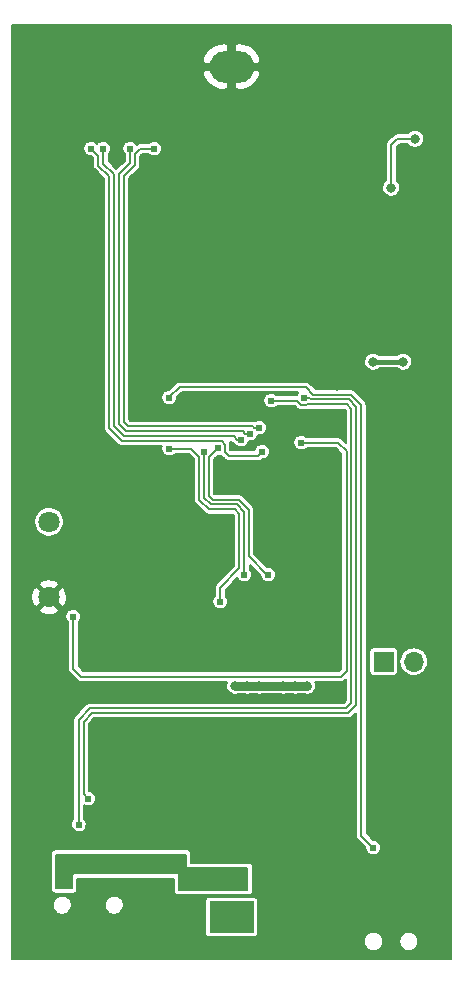
<source format=gbl>
G04 #@! TF.FileFunction,Copper,L2,Bot,Signal*
%FSLAX46Y46*%
G04 Gerber Fmt 4.6, Leading zero omitted, Abs format (unit mm)*
G04 Created by KiCad (PCBNEW 4.0.7-e2-6376~61~ubuntu18.04.1) date Fri Jan 24 00:19:11 2020*
%MOMM*%
%LPD*%
G01*
G04 APERTURE LIST*
%ADD10C,0.100000*%
%ADD11R,0.800000X0.800000*%
%ADD12R,1.175000X1.175000*%
%ADD13R,3.800000X2.700000*%
%ADD14O,3.800000X2.700000*%
%ADD15R,1.700000X1.700000*%
%ADD16O,1.700000X1.700000*%
%ADD17C,1.800000*%
%ADD18C,0.812800*%
%ADD19C,0.609600*%
%ADD20C,0.406400*%
%ADD21C,0.762000*%
%ADD22C,0.203200*%
G04 APERTURE END LIST*
D10*
D11*
X21736000Y-50692000D03*
X21736000Y-49892000D03*
X20936000Y-50692000D03*
X20936000Y-49892000D03*
D12*
X17351500Y-69675500D03*
X17351500Y-68500500D03*
X16176500Y-69675500D03*
X16176500Y-68500500D03*
X16176500Y-70850500D03*
X17351500Y-70850500D03*
X17351500Y-67325500D03*
X16176500Y-67325500D03*
D13*
X19000000Y-76000000D03*
D14*
X19000000Y-4000000D03*
D15*
X31877000Y-54356000D03*
D16*
X34417000Y-54356000D03*
D17*
X3556000Y-48920000D03*
X3556000Y-42520000D03*
D18*
X28829000Y-12065000D03*
X10668000Y-32004000D03*
X27940000Y-30988000D03*
X16256000Y-23114000D03*
X20320000Y-22860000D03*
X34036000Y-11176000D03*
X30607000Y-9906000D03*
X19812000Y-39243000D03*
D19*
X18034000Y-51054000D03*
D18*
X31496000Y-60198000D03*
D19*
X24638000Y-49530000D03*
X21082000Y-46990000D03*
D18*
X20320000Y-57531000D03*
X5080000Y-69596000D03*
X11684000Y-65024000D03*
X9144000Y-68580000D03*
X30988000Y-64516000D03*
X4064000Y-69596000D03*
X3048000Y-69596000D03*
X8128000Y-68580000D03*
X8128000Y-69596000D03*
X9144000Y-69596000D03*
X23368000Y-68389500D03*
X22352000Y-68389500D03*
X21336000Y-68389500D03*
X26416000Y-78740000D03*
X24384000Y-78740000D03*
X22352000Y-78740000D03*
X13716000Y-73152000D03*
X33528000Y-28956000D03*
X30988000Y-28956000D03*
X19304000Y-56388000D03*
X20320000Y-56388000D03*
X21336000Y-56388000D03*
X25400000Y-56388000D03*
X24384000Y-56388000D03*
X23368000Y-56388000D03*
X4572000Y-71120000D03*
X4572000Y-73152000D03*
X4572000Y-72136000D03*
X19050000Y-72263000D03*
X19050000Y-73279000D03*
X19939000Y-73279000D03*
X19939000Y-72263000D03*
D19*
X22352000Y-32258000D03*
X6059375Y-68152791D03*
X25147375Y-32005953D03*
X6857983Y-65960119D03*
X5588000Y-50546000D03*
X24892000Y-35814000D03*
X13716000Y-32004000D03*
X30988000Y-70104000D03*
X18034000Y-49276000D03*
X13716000Y-36322000D03*
X16680671Y-36579541D03*
X20066000Y-46990000D03*
X17819328Y-36290981D03*
X22098000Y-46990000D03*
X8128000Y-10922000D03*
X19812000Y-35560000D03*
X10414000Y-10922000D03*
X20574000Y-35052000D03*
X12446000Y-10922000D03*
X21336000Y-34544000D03*
X7112000Y-10922000D03*
X21590000Y-36576000D03*
D18*
X32512000Y-14224000D03*
X34544000Y-10087000D03*
D20*
X30988000Y-28956000D02*
X33528000Y-28956000D01*
D21*
X20320000Y-56388000D02*
X19304000Y-56388000D01*
X21336000Y-56388000D02*
X20320000Y-56388000D01*
X24384000Y-56388000D02*
X25400000Y-56388000D01*
X23368000Y-56388000D02*
X24384000Y-56388000D01*
X23368000Y-56388000D02*
X21336000Y-56388000D01*
D22*
X22352000Y-32258000D02*
X24532439Y-32258000D01*
X24532439Y-32258000D02*
X24901166Y-32626727D01*
X24901166Y-32626727D02*
X25321267Y-32626727D01*
X25321267Y-32626727D02*
X25376963Y-32571031D01*
X28772353Y-32571031D02*
X29151013Y-32949691D01*
X25376963Y-32571031D02*
X28772353Y-32571031D01*
X29151013Y-32949691D02*
X29151013Y-57832758D01*
X29151013Y-57832758D02*
X28683758Y-58300013D01*
X28683758Y-58300013D02*
X7024495Y-58300013D01*
X7024495Y-58300013D02*
X6062366Y-59262142D01*
X6062366Y-59262142D02*
X6062366Y-68149800D01*
X6062366Y-68149800D02*
X6059375Y-68152791D01*
X25147375Y-32005953D02*
X25590603Y-32005953D01*
X25590603Y-32005953D02*
X25747261Y-32162611D01*
X29562099Y-32784420D02*
X29562099Y-57997568D01*
X6470434Y-59435607D02*
X6470434Y-65572570D01*
X25747261Y-32162611D02*
X28940290Y-32162611D01*
X28940290Y-32162611D02*
X29562099Y-32784420D01*
X29562099Y-57997568D02*
X28853014Y-58706653D01*
X28853014Y-58706653D02*
X7199388Y-58706653D01*
X7199388Y-58706653D02*
X6470434Y-59435607D01*
X6470434Y-65572570D02*
X6857983Y-65960119D01*
X24892000Y-35814000D02*
X28003064Y-35814000D01*
X28003064Y-35814000D02*
X28743597Y-36554533D01*
X28743597Y-55136405D02*
X28256459Y-55623543D01*
X28256459Y-55623543D02*
X6257317Y-55623543D01*
X28743597Y-36554533D02*
X28743597Y-55136405D01*
X6257317Y-55623543D02*
X5588000Y-54954226D01*
X5588000Y-54954226D02*
X5588000Y-50546000D01*
X13716000Y-32004000D02*
X13716000Y-31991251D01*
X29115315Y-31755458D02*
X29972000Y-32612143D01*
X13716000Y-31991251D02*
X14601856Y-31105395D01*
X14601856Y-31105395D02*
X25274620Y-31105395D01*
X25274620Y-31105395D02*
X25924683Y-31755458D01*
X25924683Y-31755458D02*
X29115315Y-31755458D01*
X29972000Y-32612143D02*
X29972000Y-69088000D01*
X29972000Y-69088000D02*
X30988000Y-70104000D01*
X13716000Y-36322000D02*
X15557794Y-36322000D01*
X16272667Y-40663396D02*
X17064845Y-41455574D01*
X15557794Y-36322000D02*
X16272667Y-37036873D01*
X16272667Y-37036873D02*
X16272667Y-40663396D01*
X19289764Y-41455574D02*
X19658581Y-41824391D01*
X17064845Y-41455574D02*
X19289764Y-41455574D01*
X19658581Y-41824391D02*
X19658581Y-46470425D01*
X19658581Y-46470425D02*
X18034000Y-48095006D01*
X18034000Y-48095006D02*
X18034000Y-49276000D01*
X16680671Y-36579541D02*
X16680671Y-40493584D01*
X16680671Y-40493584D02*
X17234328Y-41047241D01*
X17234328Y-41047241D02*
X19456896Y-41047241D01*
X19456896Y-41047241D02*
X20066000Y-41656345D01*
X20066000Y-41656345D02*
X20066000Y-43302264D01*
X20066000Y-43302264D02*
X20066000Y-46990000D01*
X17819328Y-36290981D02*
X17819328Y-36303874D01*
X19625120Y-40640000D02*
X20472531Y-41487411D01*
X17819328Y-36303874D02*
X17087443Y-37035759D01*
X17087443Y-37035759D02*
X17087443Y-40325444D01*
X17087443Y-40325444D02*
X17401999Y-40640000D01*
X17401999Y-40640000D02*
X19625120Y-40640000D01*
X22019138Y-46990000D02*
X22098000Y-46990000D01*
X20472531Y-41487411D02*
X20472531Y-45443393D01*
X20472531Y-45443393D02*
X22019138Y-46990000D01*
X19812000Y-35560000D02*
X19459217Y-35560000D01*
X19169352Y-35270135D02*
X9923256Y-35270135D01*
X19459217Y-35560000D02*
X19169352Y-35270135D01*
X9038560Y-34385439D02*
X9038560Y-13102560D01*
X9923256Y-35270135D02*
X9038560Y-34385439D01*
X9038560Y-13102560D02*
X8128000Y-12192000D01*
X8128000Y-12192000D02*
X8128000Y-10922000D01*
X20574000Y-35052000D02*
X20154643Y-35052000D01*
X20154643Y-35052000D02*
X19963139Y-34860496D01*
X19963139Y-34860496D02*
X10090997Y-34860496D01*
X10414000Y-12128339D02*
X10414000Y-10922000D01*
X10090997Y-34860496D02*
X9446201Y-34215700D01*
X9446201Y-34215700D02*
X9446201Y-13096138D01*
X9446201Y-13096138D02*
X10414000Y-12128339D01*
X21336000Y-34544000D02*
X20916067Y-34544000D01*
X20916067Y-34544000D02*
X20814460Y-34442393D01*
X9853330Y-34045449D02*
X9853330Y-13264990D01*
X20814460Y-34442393D02*
X10250274Y-34442393D01*
X10250274Y-34442393D02*
X9853330Y-34045449D01*
X9853330Y-13264990D02*
X10826784Y-12291536D01*
X10826784Y-12291536D02*
X10826784Y-11374039D01*
X10826784Y-11374039D02*
X11278823Y-10922000D01*
X11278823Y-10922000D02*
X12446000Y-10922000D01*
X21590000Y-36576000D02*
X21252827Y-36913173D01*
X8631909Y-34560354D02*
X8631909Y-13272032D01*
X21252827Y-36913173D02*
X18757235Y-36913173D01*
X18757235Y-36913173D02*
X18452857Y-36608795D01*
X18452857Y-36608795D02*
X18452857Y-35978857D01*
X18452857Y-35978857D02*
X18151744Y-35677744D01*
X18151744Y-35677744D02*
X9749299Y-35677744D01*
X9749299Y-35677744D02*
X8631909Y-34560354D01*
X8631909Y-13272032D02*
X7719705Y-12359828D01*
X7719705Y-12359828D02*
X7719705Y-11529705D01*
X7719705Y-11529705D02*
X7112000Y-10922000D01*
X32512000Y-14224000D02*
X32512000Y-10613163D01*
X32512000Y-10613163D02*
X33038163Y-10087000D01*
X33038163Y-10087000D02*
X34544000Y-10087000D01*
G36*
X37569400Y-79569400D02*
X430600Y-79569400D01*
X430600Y-78121737D01*
X30205341Y-78121737D01*
X30233861Y-78277128D01*
X30292019Y-78424020D01*
X30377602Y-78556818D01*
X30487348Y-78670464D01*
X30617079Y-78760629D01*
X30761851Y-78823878D01*
X30916152Y-78857804D01*
X31074104Y-78861112D01*
X31229690Y-78833678D01*
X31376984Y-78776546D01*
X31510377Y-78691893D01*
X31624786Y-78582943D01*
X31715854Y-78453845D01*
X31780113Y-78309517D01*
X31815115Y-78155457D01*
X31815585Y-78121737D01*
X33205341Y-78121737D01*
X33233861Y-78277128D01*
X33292019Y-78424020D01*
X33377602Y-78556818D01*
X33487348Y-78670464D01*
X33617079Y-78760629D01*
X33761851Y-78823878D01*
X33916152Y-78857804D01*
X34074104Y-78861112D01*
X34229690Y-78833678D01*
X34376984Y-78776546D01*
X34510377Y-78691893D01*
X34624786Y-78582943D01*
X34715854Y-78453845D01*
X34780113Y-78309517D01*
X34815115Y-78155457D01*
X34817635Y-77975007D01*
X34786948Y-77820029D01*
X34726744Y-77673964D01*
X34639316Y-77542374D01*
X34527993Y-77430271D01*
X34397017Y-77341926D01*
X34251375Y-77280704D01*
X34096616Y-77248937D01*
X33938633Y-77247834D01*
X33783445Y-77277437D01*
X33636963Y-77336620D01*
X33504765Y-77423127D01*
X33391889Y-77533665D01*
X33302631Y-77664021D01*
X33240394Y-77809232D01*
X33207547Y-77963766D01*
X33205341Y-78121737D01*
X31815585Y-78121737D01*
X31817635Y-77975007D01*
X31786948Y-77820029D01*
X31726744Y-77673964D01*
X31639316Y-77542374D01*
X31527993Y-77430271D01*
X31397017Y-77341926D01*
X31251375Y-77280704D01*
X31096616Y-77248937D01*
X30938633Y-77247834D01*
X30783445Y-77277437D01*
X30636963Y-77336620D01*
X30504765Y-77423127D01*
X30391889Y-77533665D01*
X30302631Y-77664021D01*
X30240394Y-77809232D01*
X30207547Y-77963766D01*
X30205341Y-78121737D01*
X430600Y-78121737D01*
X430600Y-75051737D01*
X3851341Y-75051737D01*
X3879861Y-75207128D01*
X3938019Y-75354020D01*
X4023602Y-75486818D01*
X4133348Y-75600464D01*
X4263079Y-75690629D01*
X4407851Y-75753878D01*
X4562152Y-75787804D01*
X4720104Y-75791112D01*
X4875690Y-75763678D01*
X5022984Y-75706546D01*
X5156377Y-75621893D01*
X5270786Y-75512943D01*
X5361854Y-75383845D01*
X5426113Y-75239517D01*
X5461115Y-75085457D01*
X5461585Y-75051737D01*
X8251341Y-75051737D01*
X8279861Y-75207128D01*
X8338019Y-75354020D01*
X8423602Y-75486818D01*
X8533348Y-75600464D01*
X8663079Y-75690629D01*
X8807851Y-75753878D01*
X8962152Y-75787804D01*
X9120104Y-75791112D01*
X9275690Y-75763678D01*
X9422984Y-75706546D01*
X9556377Y-75621893D01*
X9670786Y-75512943D01*
X9761854Y-75383845D01*
X9826113Y-75239517D01*
X9861115Y-75085457D01*
X9863635Y-74905007D01*
X9832948Y-74750029D01*
X9791719Y-74650000D01*
X16742680Y-74650000D01*
X16742680Y-77350000D01*
X16747196Y-77406628D01*
X16776940Y-77502675D01*
X16832264Y-77586633D01*
X16908788Y-77651854D01*
X17000453Y-77693173D01*
X17100000Y-77707320D01*
X20900000Y-77707320D01*
X20956628Y-77702804D01*
X21052675Y-77673060D01*
X21136633Y-77617736D01*
X21201854Y-77541212D01*
X21243173Y-77449547D01*
X21257320Y-77350000D01*
X21257320Y-74650000D01*
X21252804Y-74593372D01*
X21223060Y-74497325D01*
X21167736Y-74413367D01*
X21091212Y-74348146D01*
X20999547Y-74306827D01*
X20900000Y-74292680D01*
X17100000Y-74292680D01*
X17043372Y-74297196D01*
X16947325Y-74326940D01*
X16863367Y-74382264D01*
X16798146Y-74458788D01*
X16756827Y-74550453D01*
X16742680Y-74650000D01*
X9791719Y-74650000D01*
X9772744Y-74603964D01*
X9685316Y-74472374D01*
X9573993Y-74360271D01*
X9443017Y-74271926D01*
X9297375Y-74210704D01*
X9142616Y-74178937D01*
X8984633Y-74177834D01*
X8829445Y-74207437D01*
X8682963Y-74266620D01*
X8550765Y-74353127D01*
X8437889Y-74463665D01*
X8348631Y-74594021D01*
X8286394Y-74739232D01*
X8253547Y-74893766D01*
X8251341Y-75051737D01*
X5461585Y-75051737D01*
X5463635Y-74905007D01*
X5432948Y-74750029D01*
X5372744Y-74603964D01*
X5285316Y-74472374D01*
X5173993Y-74360271D01*
X5043017Y-74271926D01*
X4897375Y-74210704D01*
X4742616Y-74178937D01*
X4584633Y-74177834D01*
X4429445Y-74207437D01*
X4282963Y-74266620D01*
X4150765Y-74353127D01*
X4037889Y-74463665D01*
X3948631Y-74594021D01*
X3886394Y-74739232D01*
X3853547Y-74893766D01*
X3851341Y-75051737D01*
X430600Y-75051737D01*
X430600Y-70612000D01*
X3708400Y-70612000D01*
X3708400Y-73660000D01*
X3732719Y-73789245D01*
X3809103Y-73907950D01*
X3925652Y-73987584D01*
X4064000Y-74015600D01*
X5588000Y-74015600D01*
X5717245Y-73991281D01*
X5835950Y-73914897D01*
X5915584Y-73798348D01*
X5943600Y-73660000D01*
X5943600Y-72745600D01*
X14122400Y-72745600D01*
X14122400Y-73787000D01*
X14146719Y-73916245D01*
X14223103Y-74034950D01*
X14339652Y-74114584D01*
X14478000Y-74142600D01*
X20447000Y-74142600D01*
X20576245Y-74118281D01*
X20694950Y-74041897D01*
X20774584Y-73925348D01*
X20802600Y-73787000D01*
X20802600Y-71755000D01*
X20778281Y-71625755D01*
X20701897Y-71507050D01*
X20585348Y-71427416D01*
X20447000Y-71399400D01*
X15595600Y-71399400D01*
X15595600Y-70612000D01*
X15571281Y-70482755D01*
X15494897Y-70364050D01*
X15378348Y-70284416D01*
X15240000Y-70256400D01*
X4064000Y-70256400D01*
X3934755Y-70280719D01*
X3816050Y-70357103D01*
X3736416Y-70473652D01*
X3708400Y-70612000D01*
X430600Y-70612000D01*
X430600Y-50601528D01*
X4926732Y-50601528D01*
X4950112Y-50728912D01*
X4997788Y-50849328D01*
X5067945Y-50958191D01*
X5130800Y-51023279D01*
X5130800Y-54954226D01*
X5134922Y-54996269D01*
X5138602Y-55038329D01*
X5139272Y-55040636D01*
X5139507Y-55043030D01*
X5151704Y-55083426D01*
X5163496Y-55124016D01*
X5164605Y-55126155D01*
X5165298Y-55128451D01*
X5185115Y-55165722D01*
X5204560Y-55203235D01*
X5206058Y-55205111D01*
X5207188Y-55207237D01*
X5233917Y-55240010D01*
X5260228Y-55272969D01*
X5263523Y-55276311D01*
X5263584Y-55276385D01*
X5263653Y-55276442D01*
X5264711Y-55277515D01*
X5934028Y-55946832D01*
X5966656Y-55973634D01*
X5999014Y-56000785D01*
X6001120Y-56001943D01*
X6002978Y-56003469D01*
X6040173Y-56023413D01*
X6077207Y-56043772D01*
X6079502Y-56044500D01*
X6081617Y-56045634D01*
X6121973Y-56057972D01*
X6162260Y-56070752D01*
X6164648Y-56071020D01*
X6166948Y-56071723D01*
X6208980Y-56075992D01*
X6250933Y-56080698D01*
X6255634Y-56080731D01*
X6255721Y-56080740D01*
X6255802Y-56080732D01*
X6257317Y-56080743D01*
X18606614Y-56080743D01*
X18574154Y-56156479D01*
X18543085Y-56302650D01*
X18540998Y-56452071D01*
X18567974Y-56599052D01*
X18622985Y-56737994D01*
X18703936Y-56863605D01*
X18807743Y-56971100D01*
X18930452Y-57056385D01*
X19067390Y-57116212D01*
X19213340Y-57148301D01*
X19362743Y-57151430D01*
X19509908Y-57125481D01*
X19512179Y-57124600D01*
X20121541Y-57124600D01*
X20229340Y-57148301D01*
X20378743Y-57151430D01*
X20525908Y-57125481D01*
X20528179Y-57124600D01*
X21137541Y-57124600D01*
X21245340Y-57148301D01*
X21394743Y-57151430D01*
X21541908Y-57125481D01*
X21544179Y-57124600D01*
X23169541Y-57124600D01*
X23277340Y-57148301D01*
X23426743Y-57151430D01*
X23573908Y-57125481D01*
X23576179Y-57124600D01*
X24185541Y-57124600D01*
X24293340Y-57148301D01*
X24442743Y-57151430D01*
X24589908Y-57125481D01*
X24592179Y-57124600D01*
X25201541Y-57124600D01*
X25309340Y-57148301D01*
X25458743Y-57151430D01*
X25605908Y-57125481D01*
X25745231Y-57071441D01*
X25871404Y-56991370D01*
X25979621Y-56888316D01*
X26065761Y-56766205D01*
X26126542Y-56629688D01*
X26159649Y-56483966D01*
X26162033Y-56313282D01*
X26133007Y-56166692D01*
X26097581Y-56080743D01*
X28256459Y-56080743D01*
X28298502Y-56076621D01*
X28340562Y-56072941D01*
X28342869Y-56072271D01*
X28345263Y-56072036D01*
X28385659Y-56059839D01*
X28426249Y-56048047D01*
X28428388Y-56046938D01*
X28430684Y-56046245D01*
X28467955Y-56026428D01*
X28505468Y-56006983D01*
X28507344Y-56005485D01*
X28509470Y-56004355D01*
X28542243Y-55977626D01*
X28575202Y-55951315D01*
X28578544Y-55948020D01*
X28578618Y-55947959D01*
X28578675Y-55947890D01*
X28579748Y-55946832D01*
X28693813Y-55832767D01*
X28693813Y-57643380D01*
X28494380Y-57842813D01*
X7024495Y-57842813D01*
X6982448Y-57846936D01*
X6940393Y-57850615D01*
X6938086Y-57851285D01*
X6935691Y-57851520D01*
X6895282Y-57863720D01*
X6854705Y-57875509D01*
X6852566Y-57876618D01*
X6850270Y-57877311D01*
X6812999Y-57897128D01*
X6775486Y-57916573D01*
X6773610Y-57918071D01*
X6771484Y-57919201D01*
X6738711Y-57945930D01*
X6705752Y-57972241D01*
X6702410Y-57975536D01*
X6702336Y-57975597D01*
X6702279Y-57975666D01*
X6701206Y-57976724D01*
X5739077Y-58938853D01*
X5712275Y-58971481D01*
X5685124Y-59003839D01*
X5683966Y-59005945D01*
X5682440Y-59007803D01*
X5662496Y-59044998D01*
X5642137Y-59082032D01*
X5641409Y-59084327D01*
X5640275Y-59086442D01*
X5627924Y-59126839D01*
X5615157Y-59167085D01*
X5614890Y-59169468D01*
X5614185Y-59171773D01*
X5609906Y-59213899D01*
X5605211Y-59255758D01*
X5605178Y-59260448D01*
X5605168Y-59260546D01*
X5605177Y-59260637D01*
X5605166Y-59262142D01*
X5605166Y-67673228D01*
X5551032Y-67726240D01*
X5477862Y-67833102D01*
X5426842Y-67952140D01*
X5399916Y-68078821D01*
X5398107Y-68208319D01*
X5421487Y-68335703D01*
X5469163Y-68456119D01*
X5539320Y-68564982D01*
X5629286Y-68658144D01*
X5735634Y-68732058D01*
X5854313Y-68783907D01*
X5980803Y-68811718D01*
X6110285Y-68814430D01*
X6237829Y-68791941D01*
X6358575Y-68745106D01*
X6467925Y-68675711D01*
X6561713Y-68586398D01*
X6636367Y-68480568D01*
X6689044Y-68362254D01*
X6717737Y-68235962D01*
X6719803Y-68088035D01*
X6694647Y-67960991D01*
X6645295Y-67841252D01*
X6573624Y-67733380D01*
X6519566Y-67678943D01*
X6519566Y-66529186D01*
X6534242Y-66539386D01*
X6652921Y-66591235D01*
X6779411Y-66619046D01*
X6908893Y-66621758D01*
X7036437Y-66599269D01*
X7157183Y-66552434D01*
X7266533Y-66483039D01*
X7360321Y-66393726D01*
X7434975Y-66287896D01*
X7487652Y-66169582D01*
X7516345Y-66043290D01*
X7518411Y-65895363D01*
X7493255Y-65768319D01*
X7443903Y-65648580D01*
X7372232Y-65540708D01*
X7280974Y-65448810D01*
X7173605Y-65376389D01*
X7054213Y-65326201D01*
X6927634Y-65300218D01*
X6927634Y-59624985D01*
X7388766Y-59163853D01*
X28853014Y-59163853D01*
X28895057Y-59159731D01*
X28937117Y-59156051D01*
X28939424Y-59155381D01*
X28941818Y-59155146D01*
X28982214Y-59142949D01*
X29022804Y-59131157D01*
X29024943Y-59130048D01*
X29027239Y-59129355D01*
X29064510Y-59109538D01*
X29102023Y-59090093D01*
X29103899Y-59088595D01*
X29106025Y-59087465D01*
X29138798Y-59060736D01*
X29171757Y-59034425D01*
X29175099Y-59031130D01*
X29175173Y-59031069D01*
X29175230Y-59031000D01*
X29176303Y-59029942D01*
X29514800Y-58691445D01*
X29514800Y-69088000D01*
X29518922Y-69130043D01*
X29522602Y-69172103D01*
X29523272Y-69174410D01*
X29523507Y-69176804D01*
X29535704Y-69217200D01*
X29547496Y-69257790D01*
X29548605Y-69259929D01*
X29549298Y-69262225D01*
X29569115Y-69299496D01*
X29588560Y-69337009D01*
X29590058Y-69338885D01*
X29591188Y-69341011D01*
X29617917Y-69373784D01*
X29644228Y-69406743D01*
X29647523Y-69410085D01*
X29647584Y-69410159D01*
X29647653Y-69410216D01*
X29648711Y-69411289D01*
X30327699Y-70090277D01*
X30326732Y-70159528D01*
X30350112Y-70286912D01*
X30397788Y-70407328D01*
X30467945Y-70516191D01*
X30557911Y-70609353D01*
X30664259Y-70683267D01*
X30782938Y-70735116D01*
X30909428Y-70762927D01*
X31038910Y-70765639D01*
X31166454Y-70743150D01*
X31287200Y-70696315D01*
X31396550Y-70626920D01*
X31490338Y-70537607D01*
X31564992Y-70431777D01*
X31617669Y-70313463D01*
X31646362Y-70187171D01*
X31648428Y-70039244D01*
X31623272Y-69912200D01*
X31573920Y-69792461D01*
X31502249Y-69684589D01*
X31410991Y-69592691D01*
X31303622Y-69520270D01*
X31184230Y-69470082D01*
X31057365Y-69444040D01*
X30974036Y-69443458D01*
X30429200Y-68898622D01*
X30429200Y-53506000D01*
X30669680Y-53506000D01*
X30669680Y-55206000D01*
X30674196Y-55262628D01*
X30703940Y-55358675D01*
X30759264Y-55442633D01*
X30835788Y-55507854D01*
X30927453Y-55549173D01*
X31027000Y-55563320D01*
X32727000Y-55563320D01*
X32783628Y-55558804D01*
X32879675Y-55529060D01*
X32963633Y-55473736D01*
X33028854Y-55397212D01*
X33070173Y-55305547D01*
X33084320Y-55206000D01*
X33084320Y-54350167D01*
X33211400Y-54350167D01*
X33211400Y-54361833D01*
X33234360Y-54596002D01*
X33302367Y-54821251D01*
X33412830Y-55029002D01*
X33561542Y-55211340D01*
X33742837Y-55361321D01*
X33949811Y-55473231D01*
X34174580Y-55542809D01*
X34408583Y-55567404D01*
X34642907Y-55546079D01*
X34868626Y-55479646D01*
X35077142Y-55370636D01*
X35260514Y-55223201D01*
X35411757Y-55042957D01*
X35525110Y-54836769D01*
X35596255Y-54612491D01*
X35622482Y-54378666D01*
X35622600Y-54361833D01*
X35622600Y-54350167D01*
X35599640Y-54115998D01*
X35531633Y-53890749D01*
X35421170Y-53682998D01*
X35272458Y-53500660D01*
X35091163Y-53350679D01*
X34884189Y-53238769D01*
X34659420Y-53169191D01*
X34425417Y-53144596D01*
X34191093Y-53165921D01*
X33965374Y-53232354D01*
X33756858Y-53341364D01*
X33573486Y-53488799D01*
X33422243Y-53669043D01*
X33308890Y-53875231D01*
X33237745Y-54099509D01*
X33211518Y-54333334D01*
X33211400Y-54350167D01*
X33084320Y-54350167D01*
X33084320Y-53506000D01*
X33079804Y-53449372D01*
X33050060Y-53353325D01*
X32994736Y-53269367D01*
X32918212Y-53204146D01*
X32826547Y-53162827D01*
X32727000Y-53148680D01*
X31027000Y-53148680D01*
X30970372Y-53153196D01*
X30874325Y-53182940D01*
X30790367Y-53238264D01*
X30725146Y-53314788D01*
X30683827Y-53406453D01*
X30669680Y-53506000D01*
X30429200Y-53506000D01*
X30429200Y-32612143D01*
X30425082Y-32570146D01*
X30421399Y-32528041D01*
X30420727Y-32525729D01*
X30420493Y-32523339D01*
X30408301Y-32482959D01*
X30396504Y-32442354D01*
X30395396Y-32440216D01*
X30394702Y-32437918D01*
X30374876Y-32400629D01*
X30355440Y-32363134D01*
X30353942Y-32361258D01*
X30352812Y-32359132D01*
X30326083Y-32326359D01*
X30299772Y-32293400D01*
X30296473Y-32290054D01*
X30296416Y-32289984D01*
X30296351Y-32289931D01*
X30295290Y-32288854D01*
X29438604Y-31432169D01*
X29405976Y-31405367D01*
X29373618Y-31378216D01*
X29371512Y-31377058D01*
X29369654Y-31375532D01*
X29332459Y-31355588D01*
X29295425Y-31335229D01*
X29293130Y-31334501D01*
X29291015Y-31333367D01*
X29250618Y-31321016D01*
X29210372Y-31308249D01*
X29207989Y-31307982D01*
X29205684Y-31307277D01*
X29163558Y-31302998D01*
X29121699Y-31298303D01*
X29117009Y-31298270D01*
X29116911Y-31298260D01*
X29116820Y-31298269D01*
X29115315Y-31298258D01*
X26114061Y-31298258D01*
X25597909Y-30782106D01*
X25565281Y-30755304D01*
X25532923Y-30728153D01*
X25530817Y-30726995D01*
X25528959Y-30725469D01*
X25491764Y-30705525D01*
X25454730Y-30685166D01*
X25452435Y-30684438D01*
X25450320Y-30683304D01*
X25409923Y-30670953D01*
X25369677Y-30658186D01*
X25367294Y-30657919D01*
X25364989Y-30657214D01*
X25322863Y-30652935D01*
X25281004Y-30648240D01*
X25276314Y-30648207D01*
X25276216Y-30648197D01*
X25276125Y-30648206D01*
X25274620Y-30648195D01*
X14601856Y-30648195D01*
X14559809Y-30652318D01*
X14517754Y-30655997D01*
X14515447Y-30656667D01*
X14513052Y-30656902D01*
X14472630Y-30669107D01*
X14432067Y-30680891D01*
X14429929Y-30681999D01*
X14427631Y-30682693D01*
X14390342Y-30702519D01*
X14352847Y-30721955D01*
X14350971Y-30723453D01*
X14348845Y-30724583D01*
X14316072Y-30751312D01*
X14283113Y-30777623D01*
X14279767Y-30780922D01*
X14279697Y-30780979D01*
X14279644Y-30781044D01*
X14278567Y-30782105D01*
X13717109Y-31343564D01*
X13655857Y-31343136D01*
X13528640Y-31367404D01*
X13408559Y-31415920D01*
X13300189Y-31486835D01*
X13207657Y-31577449D01*
X13134487Y-31684311D01*
X13083467Y-31803349D01*
X13056541Y-31930030D01*
X13054732Y-32059528D01*
X13078112Y-32186912D01*
X13125788Y-32307328D01*
X13195945Y-32416191D01*
X13285911Y-32509353D01*
X13392259Y-32583267D01*
X13510938Y-32635116D01*
X13637428Y-32662927D01*
X13766910Y-32665639D01*
X13894454Y-32643150D01*
X14015200Y-32596315D01*
X14124550Y-32526920D01*
X14218338Y-32437607D01*
X14292992Y-32331777D01*
X14345669Y-32213463D01*
X14374362Y-32087171D01*
X14375888Y-31977942D01*
X14791235Y-31562595D01*
X24656195Y-31562595D01*
X24639032Y-31579402D01*
X24565862Y-31686264D01*
X24516772Y-31800800D01*
X22828723Y-31800800D01*
X22774991Y-31746691D01*
X22667622Y-31674270D01*
X22548230Y-31624082D01*
X22421365Y-31598040D01*
X22291857Y-31597136D01*
X22164640Y-31621404D01*
X22044559Y-31669920D01*
X21936189Y-31740835D01*
X21843657Y-31831449D01*
X21770487Y-31938311D01*
X21719467Y-32057349D01*
X21692541Y-32184030D01*
X21690732Y-32313528D01*
X21714112Y-32440912D01*
X21761788Y-32561328D01*
X21831945Y-32670191D01*
X21921911Y-32763353D01*
X22028259Y-32837267D01*
X22146938Y-32889116D01*
X22273428Y-32916927D01*
X22402910Y-32919639D01*
X22530454Y-32897150D01*
X22651200Y-32850315D01*
X22760550Y-32780920D01*
X22829563Y-32715200D01*
X24343061Y-32715200D01*
X24577877Y-32950016D01*
X24610510Y-32976822D01*
X24642863Y-33003969D01*
X24644968Y-33005126D01*
X24646828Y-33006654D01*
X24684040Y-33026607D01*
X24721056Y-33046956D01*
X24723351Y-33047684D01*
X24725466Y-33048818D01*
X24765863Y-33061169D01*
X24806109Y-33073936D01*
X24808492Y-33074203D01*
X24810797Y-33074908D01*
X24852923Y-33079187D01*
X24894782Y-33083882D01*
X24899472Y-33083915D01*
X24899570Y-33083925D01*
X24899661Y-33083916D01*
X24901166Y-33083927D01*
X25321267Y-33083927D01*
X25363310Y-33079805D01*
X25405370Y-33076125D01*
X25407677Y-33075455D01*
X25410071Y-33075220D01*
X25450467Y-33063023D01*
X25491057Y-33051231D01*
X25493196Y-33050122D01*
X25495492Y-33049429D01*
X25532763Y-33029612D01*
X25535428Y-33028231D01*
X28582975Y-33028231D01*
X28693813Y-33139069D01*
X28693813Y-35858171D01*
X28326353Y-35490711D01*
X28293725Y-35463909D01*
X28261367Y-35436758D01*
X28259261Y-35435600D01*
X28257403Y-35434074D01*
X28220208Y-35414130D01*
X28183174Y-35393771D01*
X28180879Y-35393043D01*
X28178764Y-35391909D01*
X28138367Y-35379558D01*
X28098121Y-35366791D01*
X28095738Y-35366524D01*
X28093433Y-35365819D01*
X28051307Y-35361540D01*
X28009448Y-35356845D01*
X28004758Y-35356812D01*
X28004660Y-35356802D01*
X28004569Y-35356811D01*
X28003064Y-35356800D01*
X25368723Y-35356800D01*
X25314991Y-35302691D01*
X25207622Y-35230270D01*
X25088230Y-35180082D01*
X24961365Y-35154040D01*
X24831857Y-35153136D01*
X24704640Y-35177404D01*
X24584559Y-35225920D01*
X24476189Y-35296835D01*
X24383657Y-35387449D01*
X24310487Y-35494311D01*
X24259467Y-35613349D01*
X24232541Y-35740030D01*
X24230732Y-35869528D01*
X24254112Y-35996912D01*
X24301788Y-36117328D01*
X24371945Y-36226191D01*
X24461911Y-36319353D01*
X24568259Y-36393267D01*
X24686938Y-36445116D01*
X24813428Y-36472927D01*
X24942910Y-36475639D01*
X25070454Y-36453150D01*
X25191200Y-36406315D01*
X25300550Y-36336920D01*
X25369563Y-36271200D01*
X27813686Y-36271200D01*
X28286397Y-36743911D01*
X28286397Y-54947027D01*
X28067081Y-55166343D01*
X6446695Y-55166343D01*
X6045200Y-54764848D01*
X6045200Y-51022591D01*
X6090338Y-50979607D01*
X6164992Y-50873777D01*
X6217669Y-50755463D01*
X6246362Y-50629171D01*
X6248428Y-50481244D01*
X6223272Y-50354200D01*
X6173920Y-50234461D01*
X6102249Y-50126589D01*
X6010991Y-50034691D01*
X5903622Y-49962270D01*
X5784230Y-49912082D01*
X5657365Y-49886040D01*
X5527857Y-49885136D01*
X5400640Y-49909404D01*
X5280559Y-49957920D01*
X5172189Y-50028835D01*
X5079657Y-50119449D01*
X5006487Y-50226311D01*
X4955467Y-50345349D01*
X4928541Y-50472030D01*
X4926732Y-50601528D01*
X430600Y-50601528D01*
X430600Y-49986577D01*
X2704950Y-49986577D01*
X2792192Y-50230570D01*
X3062548Y-50354399D01*
X3351867Y-50423105D01*
X3649031Y-50434048D01*
X3942619Y-50386807D01*
X4221350Y-50283197D01*
X4319808Y-50230570D01*
X4407050Y-49986577D01*
X3556000Y-49135526D01*
X2704950Y-49986577D01*
X430600Y-49986577D01*
X430600Y-49013031D01*
X2041952Y-49013031D01*
X2089193Y-49306619D01*
X2192803Y-49585350D01*
X2245430Y-49683808D01*
X2489423Y-49771050D01*
X3340474Y-48920000D01*
X3771526Y-48920000D01*
X4622577Y-49771050D01*
X4866570Y-49683808D01*
X4990399Y-49413452D01*
X5059105Y-49124133D01*
X5070048Y-48826969D01*
X5022807Y-48533381D01*
X4919197Y-48254650D01*
X4866570Y-48156192D01*
X4622577Y-48068950D01*
X3771526Y-48920000D01*
X3340474Y-48920000D01*
X2489423Y-48068950D01*
X2245430Y-48156192D01*
X2121601Y-48426548D01*
X2052895Y-48715867D01*
X2041952Y-49013031D01*
X430600Y-49013031D01*
X430600Y-47853423D01*
X2704950Y-47853423D01*
X3556000Y-48704474D01*
X4407050Y-47853423D01*
X4319808Y-47609430D01*
X4049452Y-47485601D01*
X3760133Y-47416895D01*
X3462969Y-47405952D01*
X3169381Y-47453193D01*
X2890650Y-47556803D01*
X2792192Y-47609430D01*
X2704950Y-47853423D01*
X430600Y-47853423D01*
X430600Y-42625574D01*
X2298750Y-42625574D01*
X2343200Y-42867765D01*
X2433846Y-43096709D01*
X2567234Y-43303687D01*
X2738283Y-43480814D01*
X2940480Y-43621344D01*
X3166121Y-43719924D01*
X3406613Y-43772800D01*
X3652794Y-43777957D01*
X3895289Y-43735198D01*
X4124861Y-43646153D01*
X4332765Y-43514213D01*
X4511082Y-43344404D01*
X4653020Y-43143194D01*
X4753173Y-42918246D01*
X4807726Y-42678130D01*
X4811654Y-42396882D01*
X4763826Y-42155336D01*
X4669993Y-41927679D01*
X4533728Y-41722584D01*
X4360222Y-41547863D01*
X4156083Y-41410169D01*
X3929087Y-41314749D01*
X3687881Y-41265237D01*
X3441651Y-41263518D01*
X3199777Y-41309658D01*
X2971471Y-41401899D01*
X2765430Y-41536729D01*
X2589501Y-41709011D01*
X2450386Y-41912183D01*
X2353383Y-42138507D01*
X2302188Y-42379362D01*
X2298750Y-42625574D01*
X430600Y-42625574D01*
X430600Y-10977528D01*
X6450732Y-10977528D01*
X6474112Y-11104912D01*
X6521788Y-11225328D01*
X6591945Y-11334191D01*
X6681911Y-11427353D01*
X6788259Y-11501267D01*
X6906938Y-11553116D01*
X7033428Y-11580927D01*
X7126294Y-11582872D01*
X7262505Y-11719083D01*
X7262505Y-12359828D01*
X7266627Y-12401871D01*
X7270307Y-12443931D01*
X7270977Y-12446238D01*
X7271212Y-12448632D01*
X7283409Y-12489028D01*
X7295201Y-12529618D01*
X7296310Y-12531757D01*
X7297003Y-12534053D01*
X7316820Y-12571324D01*
X7336265Y-12608837D01*
X7337763Y-12610713D01*
X7338893Y-12612839D01*
X7365622Y-12645612D01*
X7391933Y-12678571D01*
X7395228Y-12681913D01*
X7395289Y-12681987D01*
X7395358Y-12682044D01*
X7396416Y-12683117D01*
X8174709Y-13461410D01*
X8174709Y-34560354D01*
X8178831Y-34602397D01*
X8182511Y-34644457D01*
X8183181Y-34646764D01*
X8183416Y-34649158D01*
X8195613Y-34689554D01*
X8207405Y-34730144D01*
X8208514Y-34732283D01*
X8209207Y-34734579D01*
X8229024Y-34771850D01*
X8248469Y-34809363D01*
X8249967Y-34811239D01*
X8251097Y-34813365D01*
X8277826Y-34846138D01*
X8304137Y-34879097D01*
X8307432Y-34882439D01*
X8307493Y-34882513D01*
X8307562Y-34882570D01*
X8308620Y-34883643D01*
X9426010Y-36001033D01*
X9458638Y-36027835D01*
X9490996Y-36054986D01*
X9493102Y-36056144D01*
X9494960Y-36057670D01*
X9532155Y-36077614D01*
X9569189Y-36097973D01*
X9571484Y-36098701D01*
X9573599Y-36099835D01*
X9613955Y-36112173D01*
X9654242Y-36124953D01*
X9656630Y-36125221D01*
X9658930Y-36125924D01*
X9701007Y-36130198D01*
X9742915Y-36134899D01*
X9747605Y-36134932D01*
X9747703Y-36134942D01*
X9747794Y-36134933D01*
X9749299Y-36134944D01*
X13080577Y-36134944D01*
X13056541Y-36248030D01*
X13054732Y-36377528D01*
X13078112Y-36504912D01*
X13125788Y-36625328D01*
X13195945Y-36734191D01*
X13285911Y-36827353D01*
X13392259Y-36901267D01*
X13510938Y-36953116D01*
X13637428Y-36980927D01*
X13766910Y-36983639D01*
X13894454Y-36961150D01*
X14015200Y-36914315D01*
X14124550Y-36844920D01*
X14193563Y-36779200D01*
X15368416Y-36779200D01*
X15815467Y-37226251D01*
X15815467Y-40663396D01*
X15819589Y-40705439D01*
X15823269Y-40747499D01*
X15823939Y-40749806D01*
X15824174Y-40752200D01*
X15836371Y-40792596D01*
X15848163Y-40833186D01*
X15849272Y-40835325D01*
X15849965Y-40837621D01*
X15869782Y-40874892D01*
X15889227Y-40912405D01*
X15890725Y-40914281D01*
X15891855Y-40916407D01*
X15918584Y-40949180D01*
X15944895Y-40982139D01*
X15948190Y-40985481D01*
X15948251Y-40985555D01*
X15948320Y-40985612D01*
X15949378Y-40986685D01*
X16741556Y-41778863D01*
X16774162Y-41805646D01*
X16806542Y-41832816D01*
X16808651Y-41833975D01*
X16810507Y-41835500D01*
X16847681Y-41855432D01*
X16884735Y-41875803D01*
X16887030Y-41876531D01*
X16889145Y-41877665D01*
X16929542Y-41890016D01*
X16969788Y-41902783D01*
X16972171Y-41903050D01*
X16974476Y-41903755D01*
X17016602Y-41908034D01*
X17058461Y-41912729D01*
X17063151Y-41912762D01*
X17063249Y-41912772D01*
X17063340Y-41912763D01*
X17064845Y-41912774D01*
X19100386Y-41912774D01*
X19201381Y-42013769D01*
X19201381Y-46281046D01*
X17710711Y-47771717D01*
X17683909Y-47804345D01*
X17656758Y-47836703D01*
X17655600Y-47838809D01*
X17654074Y-47840667D01*
X17634130Y-47877862D01*
X17613771Y-47914896D01*
X17613043Y-47917191D01*
X17611909Y-47919306D01*
X17599558Y-47959703D01*
X17586791Y-47999949D01*
X17586524Y-48002332D01*
X17585819Y-48004637D01*
X17581540Y-48046763D01*
X17576845Y-48088622D01*
X17576812Y-48093312D01*
X17576802Y-48093410D01*
X17576811Y-48093501D01*
X17576800Y-48095006D01*
X17576800Y-48799366D01*
X17525657Y-48849449D01*
X17452487Y-48956311D01*
X17401467Y-49075349D01*
X17374541Y-49202030D01*
X17372732Y-49331528D01*
X17396112Y-49458912D01*
X17443788Y-49579328D01*
X17513945Y-49688191D01*
X17603911Y-49781353D01*
X17710259Y-49855267D01*
X17828938Y-49907116D01*
X17955428Y-49934927D01*
X18084910Y-49937639D01*
X18212454Y-49915150D01*
X18333200Y-49868315D01*
X18442550Y-49798920D01*
X18536338Y-49709607D01*
X18610992Y-49603777D01*
X18663669Y-49485463D01*
X18692362Y-49359171D01*
X18694428Y-49211244D01*
X18669272Y-49084200D01*
X18619920Y-48964461D01*
X18548249Y-48856589D01*
X18491200Y-48799140D01*
X18491200Y-48284384D01*
X19478323Y-47297262D01*
X19545945Y-47402191D01*
X19635911Y-47495353D01*
X19742259Y-47569267D01*
X19860938Y-47621116D01*
X19987428Y-47648927D01*
X20116910Y-47651639D01*
X20244454Y-47629150D01*
X20365200Y-47582315D01*
X20474550Y-47512920D01*
X20568338Y-47423607D01*
X20642992Y-47317777D01*
X20695669Y-47199463D01*
X20724362Y-47073171D01*
X20726428Y-46925244D01*
X20701272Y-46798200D01*
X20651920Y-46678461D01*
X20580249Y-46570589D01*
X20523200Y-46513140D01*
X20523200Y-46140640D01*
X21438675Y-47056116D01*
X21460112Y-47172912D01*
X21507788Y-47293328D01*
X21577945Y-47402191D01*
X21667911Y-47495353D01*
X21774259Y-47569267D01*
X21892938Y-47621116D01*
X22019428Y-47648927D01*
X22148910Y-47651639D01*
X22276454Y-47629150D01*
X22397200Y-47582315D01*
X22506550Y-47512920D01*
X22600338Y-47423607D01*
X22674992Y-47317777D01*
X22727669Y-47199463D01*
X22756362Y-47073171D01*
X22758428Y-46925244D01*
X22733272Y-46798200D01*
X22683920Y-46678461D01*
X22612249Y-46570589D01*
X22520991Y-46478691D01*
X22413622Y-46406270D01*
X22294230Y-46356082D01*
X22167365Y-46330040D01*
X22037857Y-46329136D01*
X22010140Y-46334423D01*
X20929731Y-45254015D01*
X20929731Y-41487411D01*
X20925608Y-41445355D01*
X20921929Y-41403308D01*
X20921259Y-41401001D01*
X20921024Y-41398607D01*
X20908827Y-41358211D01*
X20897035Y-41317621D01*
X20895926Y-41315482D01*
X20895233Y-41313186D01*
X20875416Y-41275915D01*
X20855971Y-41238402D01*
X20854473Y-41236526D01*
X20853343Y-41234400D01*
X20826589Y-41201596D01*
X20800302Y-41168668D01*
X20797009Y-41165328D01*
X20796947Y-41165252D01*
X20796877Y-41165194D01*
X20795820Y-41164122D01*
X19948409Y-40316711D01*
X19915781Y-40289909D01*
X19883423Y-40262758D01*
X19881317Y-40261600D01*
X19879459Y-40260074D01*
X19842264Y-40240130D01*
X19805230Y-40219771D01*
X19802935Y-40219043D01*
X19800820Y-40217909D01*
X19760423Y-40205558D01*
X19720177Y-40192791D01*
X19717794Y-40192524D01*
X19715489Y-40191819D01*
X19673363Y-40187540D01*
X19631504Y-40182845D01*
X19626814Y-40182812D01*
X19626716Y-40182802D01*
X19626625Y-40182811D01*
X19625120Y-40182800D01*
X17591377Y-40182800D01*
X17544643Y-40136066D01*
X17544643Y-37225137D01*
X17818249Y-36951531D01*
X17870238Y-36952620D01*
X17997782Y-36930131D01*
X18096531Y-36891828D01*
X18098774Y-36894579D01*
X18125085Y-36927538D01*
X18128380Y-36930880D01*
X18128441Y-36930954D01*
X18128510Y-36931011D01*
X18129568Y-36932084D01*
X18433945Y-37236462D01*
X18466599Y-37263284D01*
X18498932Y-37290415D01*
X18501038Y-37291573D01*
X18502896Y-37293099D01*
X18540091Y-37313043D01*
X18577125Y-37333402D01*
X18579420Y-37334130D01*
X18581535Y-37335264D01*
X18621891Y-37347602D01*
X18662178Y-37360382D01*
X18664566Y-37360650D01*
X18666866Y-37361353D01*
X18708898Y-37365622D01*
X18750851Y-37370328D01*
X18755552Y-37370361D01*
X18755639Y-37370370D01*
X18755720Y-37370362D01*
X18757235Y-37370373D01*
X21252827Y-37370373D01*
X21294870Y-37366251D01*
X21336930Y-37362571D01*
X21339237Y-37361901D01*
X21341631Y-37361666D01*
X21382027Y-37349469D01*
X21422617Y-37337677D01*
X21424756Y-37336568D01*
X21427052Y-37335875D01*
X21464323Y-37316058D01*
X21501836Y-37296613D01*
X21503712Y-37295115D01*
X21505838Y-37293985D01*
X21538611Y-37267256D01*
X21571570Y-37240945D01*
X21574912Y-37237650D01*
X21574986Y-37237589D01*
X21575043Y-37237520D01*
X21576116Y-37236462D01*
X21576292Y-37236286D01*
X21640910Y-37237639D01*
X21768454Y-37215150D01*
X21889200Y-37168315D01*
X21998550Y-37098920D01*
X22092338Y-37009607D01*
X22166992Y-36903777D01*
X22219669Y-36785463D01*
X22248362Y-36659171D01*
X22250428Y-36511244D01*
X22225272Y-36384200D01*
X22175920Y-36264461D01*
X22104249Y-36156589D01*
X22012991Y-36064691D01*
X21905622Y-35992270D01*
X21786230Y-35942082D01*
X21659365Y-35916040D01*
X21529857Y-35915136D01*
X21402640Y-35939404D01*
X21282559Y-35987920D01*
X21174189Y-36058835D01*
X21081657Y-36149449D01*
X21008487Y-36256311D01*
X20957467Y-36375349D01*
X20940330Y-36455973D01*
X18946614Y-36455973D01*
X18910057Y-36419417D01*
X18910057Y-35978857D01*
X18905935Y-35936814D01*
X18902255Y-35894754D01*
X18901585Y-35892447D01*
X18901350Y-35890053D01*
X18889153Y-35849657D01*
X18877361Y-35809067D01*
X18876252Y-35806928D01*
X18875559Y-35804632D01*
X18855742Y-35767361D01*
X18836297Y-35729848D01*
X18834799Y-35727972D01*
X18834461Y-35727335D01*
X18979974Y-35727335D01*
X19135928Y-35883289D01*
X19168556Y-35910091D01*
X19200914Y-35937242D01*
X19203020Y-35938400D01*
X19204878Y-35939926D01*
X19242073Y-35959870D01*
X19279107Y-35980229D01*
X19281402Y-35980957D01*
X19283517Y-35982091D01*
X19309042Y-35989895D01*
X19381911Y-36065353D01*
X19488259Y-36139267D01*
X19606938Y-36191116D01*
X19733428Y-36218927D01*
X19862910Y-36221639D01*
X19990454Y-36199150D01*
X20111200Y-36152315D01*
X20220550Y-36082920D01*
X20314338Y-35993607D01*
X20388992Y-35887777D01*
X20441669Y-35769463D01*
X20456893Y-35702454D01*
X20495428Y-35710927D01*
X20624910Y-35713639D01*
X20752454Y-35691150D01*
X20873200Y-35644315D01*
X20982550Y-35574920D01*
X21076338Y-35485607D01*
X21150992Y-35379777D01*
X21203669Y-35261463D01*
X21218893Y-35194454D01*
X21257428Y-35202927D01*
X21386910Y-35205639D01*
X21514454Y-35183150D01*
X21635200Y-35136315D01*
X21744550Y-35066920D01*
X21838338Y-34977607D01*
X21912992Y-34871777D01*
X21965669Y-34753463D01*
X21994362Y-34627171D01*
X21996428Y-34479244D01*
X21971272Y-34352200D01*
X21921920Y-34232461D01*
X21850249Y-34124589D01*
X21758991Y-34032691D01*
X21651622Y-33960270D01*
X21532230Y-33910082D01*
X21405365Y-33884040D01*
X21275857Y-33883136D01*
X21148640Y-33907404D01*
X21028559Y-33955920D01*
X20949281Y-34007798D01*
X20909517Y-33995184D01*
X20907134Y-33994917D01*
X20904829Y-33994212D01*
X20862703Y-33989933D01*
X20820844Y-33985238D01*
X20816154Y-33985205D01*
X20816056Y-33985195D01*
X20815965Y-33985204D01*
X20814460Y-33985193D01*
X10439653Y-33985193D01*
X10310530Y-33856071D01*
X10310530Y-29020071D01*
X30224998Y-29020071D01*
X30251974Y-29167052D01*
X30306985Y-29305994D01*
X30387936Y-29431605D01*
X30491743Y-29539100D01*
X30614452Y-29624385D01*
X30751390Y-29684212D01*
X30897340Y-29716301D01*
X31046743Y-29719430D01*
X31193908Y-29693481D01*
X31333231Y-29639441D01*
X31459404Y-29559370D01*
X31506207Y-29514800D01*
X33008277Y-29514800D01*
X33031743Y-29539100D01*
X33154452Y-29624385D01*
X33291390Y-29684212D01*
X33437340Y-29716301D01*
X33586743Y-29719430D01*
X33733908Y-29693481D01*
X33873231Y-29639441D01*
X33999404Y-29559370D01*
X34107621Y-29456316D01*
X34193761Y-29334205D01*
X34254542Y-29197688D01*
X34287649Y-29051966D01*
X34290033Y-28881282D01*
X34261007Y-28734692D01*
X34204061Y-28596532D01*
X34121365Y-28472063D01*
X34016067Y-28366028D01*
X33892179Y-28282465D01*
X33754420Y-28224556D01*
X33608036Y-28194508D01*
X33458604Y-28193464D01*
X33311815Y-28221466D01*
X33173260Y-28277445D01*
X33048218Y-28359271D01*
X33009486Y-28397200D01*
X31507022Y-28397200D01*
X31476067Y-28366028D01*
X31352179Y-28282465D01*
X31214420Y-28224556D01*
X31068036Y-28194508D01*
X30918604Y-28193464D01*
X30771815Y-28221466D01*
X30633260Y-28277445D01*
X30508218Y-28359271D01*
X30401450Y-28463826D01*
X30317023Y-28587127D01*
X30258154Y-28724479D01*
X30227085Y-28870650D01*
X30224998Y-29020071D01*
X10310530Y-29020071D01*
X10310530Y-14288071D01*
X31748998Y-14288071D01*
X31775974Y-14435052D01*
X31830985Y-14573994D01*
X31911936Y-14699605D01*
X32015743Y-14807100D01*
X32138452Y-14892385D01*
X32275390Y-14952212D01*
X32421340Y-14984301D01*
X32570743Y-14987430D01*
X32717908Y-14961481D01*
X32857231Y-14907441D01*
X32983404Y-14827370D01*
X33091621Y-14724316D01*
X33177761Y-14602205D01*
X33238542Y-14465688D01*
X33271649Y-14319966D01*
X33274033Y-14149282D01*
X33245007Y-14002692D01*
X33188061Y-13864532D01*
X33105365Y-13740063D01*
X33000067Y-13634028D01*
X32969200Y-13613208D01*
X32969200Y-10802541D01*
X33227541Y-10544200D01*
X33932075Y-10544200D01*
X33943936Y-10562605D01*
X34047743Y-10670100D01*
X34170452Y-10755385D01*
X34307390Y-10815212D01*
X34453340Y-10847301D01*
X34602743Y-10850430D01*
X34749908Y-10824481D01*
X34889231Y-10770441D01*
X35015404Y-10690370D01*
X35123621Y-10587316D01*
X35209761Y-10465205D01*
X35270542Y-10328688D01*
X35303649Y-10182966D01*
X35306033Y-10012282D01*
X35277007Y-9865692D01*
X35220061Y-9727532D01*
X35137365Y-9603063D01*
X35032067Y-9497028D01*
X34908179Y-9413465D01*
X34770420Y-9355556D01*
X34624036Y-9325508D01*
X34474604Y-9324464D01*
X34327815Y-9352466D01*
X34189260Y-9408445D01*
X34064218Y-9490271D01*
X33957450Y-9594826D01*
X33933503Y-9629800D01*
X33038163Y-9629800D01*
X32996116Y-9633923D01*
X32954061Y-9637602D01*
X32951754Y-9638272D01*
X32949359Y-9638507D01*
X32908950Y-9650707D01*
X32868373Y-9662496D01*
X32866234Y-9663605D01*
X32863938Y-9664298D01*
X32826667Y-9684115D01*
X32789154Y-9703560D01*
X32787278Y-9705058D01*
X32785152Y-9706188D01*
X32752379Y-9732917D01*
X32719420Y-9759228D01*
X32716078Y-9762523D01*
X32716004Y-9762584D01*
X32715947Y-9762653D01*
X32714874Y-9763711D01*
X32188711Y-10289874D01*
X32161909Y-10322502D01*
X32134758Y-10354860D01*
X32133600Y-10356966D01*
X32132074Y-10358824D01*
X32112130Y-10396019D01*
X32091771Y-10433053D01*
X32091043Y-10435348D01*
X32089909Y-10437463D01*
X32077558Y-10477860D01*
X32064791Y-10518106D01*
X32064524Y-10520489D01*
X32063819Y-10522794D01*
X32059540Y-10564920D01*
X32054845Y-10606779D01*
X32054812Y-10611469D01*
X32054802Y-10611567D01*
X32054811Y-10611658D01*
X32054800Y-10613163D01*
X32054800Y-13612494D01*
X32032218Y-13627271D01*
X31925450Y-13731826D01*
X31841023Y-13855127D01*
X31782154Y-13992479D01*
X31751085Y-14138650D01*
X31748998Y-14288071D01*
X10310530Y-14288071D01*
X10310530Y-13454368D01*
X11150073Y-12614825D01*
X11176856Y-12582219D01*
X11204026Y-12549839D01*
X11205185Y-12547730D01*
X11206710Y-12545874D01*
X11226642Y-12508700D01*
X11247013Y-12471646D01*
X11247741Y-12469351D01*
X11248875Y-12467236D01*
X11261226Y-12426839D01*
X11273993Y-12386593D01*
X11274260Y-12384210D01*
X11274965Y-12381905D01*
X11279244Y-12339779D01*
X11283939Y-12297920D01*
X11283972Y-12293230D01*
X11283982Y-12293132D01*
X11283973Y-12293041D01*
X11283984Y-12291536D01*
X11283984Y-11563417D01*
X11468201Y-11379200D01*
X11969410Y-11379200D01*
X12015911Y-11427353D01*
X12122259Y-11501267D01*
X12240938Y-11553116D01*
X12367428Y-11580927D01*
X12496910Y-11583639D01*
X12624454Y-11561150D01*
X12745200Y-11514315D01*
X12854550Y-11444920D01*
X12948338Y-11355607D01*
X13022992Y-11249777D01*
X13075669Y-11131463D01*
X13104362Y-11005171D01*
X13106428Y-10857244D01*
X13081272Y-10730200D01*
X13031920Y-10610461D01*
X12960249Y-10502589D01*
X12868991Y-10410691D01*
X12761622Y-10338270D01*
X12642230Y-10288082D01*
X12515365Y-10262040D01*
X12385857Y-10261136D01*
X12258640Y-10285404D01*
X12138559Y-10333920D01*
X12030189Y-10404835D01*
X11968955Y-10464800D01*
X11278823Y-10464800D01*
X11236776Y-10468923D01*
X11194721Y-10472602D01*
X11192414Y-10473272D01*
X11190019Y-10473507D01*
X11149610Y-10485707D01*
X11109033Y-10497496D01*
X11106894Y-10498605D01*
X11104598Y-10499298D01*
X11067327Y-10519115D01*
X11029814Y-10538560D01*
X11027938Y-10540058D01*
X11025812Y-10541188D01*
X10993039Y-10567917D01*
X10979065Y-10579072D01*
X10928249Y-10502589D01*
X10836991Y-10410691D01*
X10729622Y-10338270D01*
X10610230Y-10288082D01*
X10483365Y-10262040D01*
X10353857Y-10261136D01*
X10226640Y-10285404D01*
X10106559Y-10333920D01*
X9998189Y-10404835D01*
X9905657Y-10495449D01*
X9832487Y-10602311D01*
X9781467Y-10721349D01*
X9754541Y-10848030D01*
X9752732Y-10977528D01*
X9776112Y-11104912D01*
X9823788Y-11225328D01*
X9893945Y-11334191D01*
X9956800Y-11399279D01*
X9956800Y-11938960D01*
X9239169Y-12656591D01*
X8585200Y-12002622D01*
X8585200Y-11398591D01*
X8630338Y-11355607D01*
X8704992Y-11249777D01*
X8757669Y-11131463D01*
X8786362Y-11005171D01*
X8788428Y-10857244D01*
X8763272Y-10730200D01*
X8713920Y-10610461D01*
X8642249Y-10502589D01*
X8550991Y-10410691D01*
X8443622Y-10338270D01*
X8324230Y-10288082D01*
X8197365Y-10262040D01*
X8067857Y-10261136D01*
X7940640Y-10285404D01*
X7820559Y-10333920D01*
X7712189Y-10404835D01*
X7619657Y-10495449D01*
X7619454Y-10495746D01*
X7534991Y-10410691D01*
X7427622Y-10338270D01*
X7308230Y-10288082D01*
X7181365Y-10262040D01*
X7051857Y-10261136D01*
X6924640Y-10285404D01*
X6804559Y-10333920D01*
X6696189Y-10404835D01*
X6603657Y-10495449D01*
X6530487Y-10602311D01*
X6479467Y-10721349D01*
X6452541Y-10848030D01*
X6450732Y-10977528D01*
X430600Y-10977528D01*
X430600Y-4579377D01*
X16578008Y-4579377D01*
X16589055Y-4725062D01*
X16766265Y-5074183D01*
X17008180Y-5382023D01*
X17305504Y-5636753D01*
X17646810Y-5828583D01*
X18018982Y-5950142D01*
X18407718Y-5996758D01*
X18720600Y-5826389D01*
X18720600Y-4279400D01*
X19279400Y-4279400D01*
X19279400Y-5826389D01*
X19592282Y-5996758D01*
X19981018Y-5950142D01*
X20353190Y-5828583D01*
X20694496Y-5636753D01*
X20991820Y-5382023D01*
X21233735Y-5074183D01*
X21410945Y-4725062D01*
X21421992Y-4579377D01*
X21335471Y-4279400D01*
X19279400Y-4279400D01*
X18720600Y-4279400D01*
X16664529Y-4279400D01*
X16578008Y-4579377D01*
X430600Y-4579377D01*
X430600Y-3420623D01*
X16578008Y-3420623D01*
X16664529Y-3720600D01*
X18720600Y-3720600D01*
X18720600Y-2173611D01*
X19279400Y-2173611D01*
X19279400Y-3720600D01*
X21335471Y-3720600D01*
X21421992Y-3420623D01*
X21410945Y-3274938D01*
X21233735Y-2925817D01*
X20991820Y-2617977D01*
X20694496Y-2363247D01*
X20353190Y-2171417D01*
X19981018Y-2049858D01*
X19592282Y-2003242D01*
X19279400Y-2173611D01*
X18720600Y-2173611D01*
X18407718Y-2003242D01*
X18018982Y-2049858D01*
X17646810Y-2171417D01*
X17305504Y-2363247D01*
X17008180Y-2617977D01*
X16766265Y-2925817D01*
X16589055Y-3274938D01*
X16578008Y-3420623D01*
X430600Y-3420623D01*
X430600Y-430600D01*
X37569400Y-430600D01*
X37569400Y-79569400D01*
X37569400Y-79569400D01*
G37*
X37569400Y-79569400D02*
X430600Y-79569400D01*
X430600Y-78121737D01*
X30205341Y-78121737D01*
X30233861Y-78277128D01*
X30292019Y-78424020D01*
X30377602Y-78556818D01*
X30487348Y-78670464D01*
X30617079Y-78760629D01*
X30761851Y-78823878D01*
X30916152Y-78857804D01*
X31074104Y-78861112D01*
X31229690Y-78833678D01*
X31376984Y-78776546D01*
X31510377Y-78691893D01*
X31624786Y-78582943D01*
X31715854Y-78453845D01*
X31780113Y-78309517D01*
X31815115Y-78155457D01*
X31815585Y-78121737D01*
X33205341Y-78121737D01*
X33233861Y-78277128D01*
X33292019Y-78424020D01*
X33377602Y-78556818D01*
X33487348Y-78670464D01*
X33617079Y-78760629D01*
X33761851Y-78823878D01*
X33916152Y-78857804D01*
X34074104Y-78861112D01*
X34229690Y-78833678D01*
X34376984Y-78776546D01*
X34510377Y-78691893D01*
X34624786Y-78582943D01*
X34715854Y-78453845D01*
X34780113Y-78309517D01*
X34815115Y-78155457D01*
X34817635Y-77975007D01*
X34786948Y-77820029D01*
X34726744Y-77673964D01*
X34639316Y-77542374D01*
X34527993Y-77430271D01*
X34397017Y-77341926D01*
X34251375Y-77280704D01*
X34096616Y-77248937D01*
X33938633Y-77247834D01*
X33783445Y-77277437D01*
X33636963Y-77336620D01*
X33504765Y-77423127D01*
X33391889Y-77533665D01*
X33302631Y-77664021D01*
X33240394Y-77809232D01*
X33207547Y-77963766D01*
X33205341Y-78121737D01*
X31815585Y-78121737D01*
X31817635Y-77975007D01*
X31786948Y-77820029D01*
X31726744Y-77673964D01*
X31639316Y-77542374D01*
X31527993Y-77430271D01*
X31397017Y-77341926D01*
X31251375Y-77280704D01*
X31096616Y-77248937D01*
X30938633Y-77247834D01*
X30783445Y-77277437D01*
X30636963Y-77336620D01*
X30504765Y-77423127D01*
X30391889Y-77533665D01*
X30302631Y-77664021D01*
X30240394Y-77809232D01*
X30207547Y-77963766D01*
X30205341Y-78121737D01*
X430600Y-78121737D01*
X430600Y-75051737D01*
X3851341Y-75051737D01*
X3879861Y-75207128D01*
X3938019Y-75354020D01*
X4023602Y-75486818D01*
X4133348Y-75600464D01*
X4263079Y-75690629D01*
X4407851Y-75753878D01*
X4562152Y-75787804D01*
X4720104Y-75791112D01*
X4875690Y-75763678D01*
X5022984Y-75706546D01*
X5156377Y-75621893D01*
X5270786Y-75512943D01*
X5361854Y-75383845D01*
X5426113Y-75239517D01*
X5461115Y-75085457D01*
X5461585Y-75051737D01*
X8251341Y-75051737D01*
X8279861Y-75207128D01*
X8338019Y-75354020D01*
X8423602Y-75486818D01*
X8533348Y-75600464D01*
X8663079Y-75690629D01*
X8807851Y-75753878D01*
X8962152Y-75787804D01*
X9120104Y-75791112D01*
X9275690Y-75763678D01*
X9422984Y-75706546D01*
X9556377Y-75621893D01*
X9670786Y-75512943D01*
X9761854Y-75383845D01*
X9826113Y-75239517D01*
X9861115Y-75085457D01*
X9863635Y-74905007D01*
X9832948Y-74750029D01*
X9791719Y-74650000D01*
X16742680Y-74650000D01*
X16742680Y-77350000D01*
X16747196Y-77406628D01*
X16776940Y-77502675D01*
X16832264Y-77586633D01*
X16908788Y-77651854D01*
X17000453Y-77693173D01*
X17100000Y-77707320D01*
X20900000Y-77707320D01*
X20956628Y-77702804D01*
X21052675Y-77673060D01*
X21136633Y-77617736D01*
X21201854Y-77541212D01*
X21243173Y-77449547D01*
X21257320Y-77350000D01*
X21257320Y-74650000D01*
X21252804Y-74593372D01*
X21223060Y-74497325D01*
X21167736Y-74413367D01*
X21091212Y-74348146D01*
X20999547Y-74306827D01*
X20900000Y-74292680D01*
X17100000Y-74292680D01*
X17043372Y-74297196D01*
X16947325Y-74326940D01*
X16863367Y-74382264D01*
X16798146Y-74458788D01*
X16756827Y-74550453D01*
X16742680Y-74650000D01*
X9791719Y-74650000D01*
X9772744Y-74603964D01*
X9685316Y-74472374D01*
X9573993Y-74360271D01*
X9443017Y-74271926D01*
X9297375Y-74210704D01*
X9142616Y-74178937D01*
X8984633Y-74177834D01*
X8829445Y-74207437D01*
X8682963Y-74266620D01*
X8550765Y-74353127D01*
X8437889Y-74463665D01*
X8348631Y-74594021D01*
X8286394Y-74739232D01*
X8253547Y-74893766D01*
X8251341Y-75051737D01*
X5461585Y-75051737D01*
X5463635Y-74905007D01*
X5432948Y-74750029D01*
X5372744Y-74603964D01*
X5285316Y-74472374D01*
X5173993Y-74360271D01*
X5043017Y-74271926D01*
X4897375Y-74210704D01*
X4742616Y-74178937D01*
X4584633Y-74177834D01*
X4429445Y-74207437D01*
X4282963Y-74266620D01*
X4150765Y-74353127D01*
X4037889Y-74463665D01*
X3948631Y-74594021D01*
X3886394Y-74739232D01*
X3853547Y-74893766D01*
X3851341Y-75051737D01*
X430600Y-75051737D01*
X430600Y-70612000D01*
X3708400Y-70612000D01*
X3708400Y-73660000D01*
X3732719Y-73789245D01*
X3809103Y-73907950D01*
X3925652Y-73987584D01*
X4064000Y-74015600D01*
X5588000Y-74015600D01*
X5717245Y-73991281D01*
X5835950Y-73914897D01*
X5915584Y-73798348D01*
X5943600Y-73660000D01*
X5943600Y-72745600D01*
X14122400Y-72745600D01*
X14122400Y-73787000D01*
X14146719Y-73916245D01*
X14223103Y-74034950D01*
X14339652Y-74114584D01*
X14478000Y-74142600D01*
X20447000Y-74142600D01*
X20576245Y-74118281D01*
X20694950Y-74041897D01*
X20774584Y-73925348D01*
X20802600Y-73787000D01*
X20802600Y-71755000D01*
X20778281Y-71625755D01*
X20701897Y-71507050D01*
X20585348Y-71427416D01*
X20447000Y-71399400D01*
X15595600Y-71399400D01*
X15595600Y-70612000D01*
X15571281Y-70482755D01*
X15494897Y-70364050D01*
X15378348Y-70284416D01*
X15240000Y-70256400D01*
X4064000Y-70256400D01*
X3934755Y-70280719D01*
X3816050Y-70357103D01*
X3736416Y-70473652D01*
X3708400Y-70612000D01*
X430600Y-70612000D01*
X430600Y-50601528D01*
X4926732Y-50601528D01*
X4950112Y-50728912D01*
X4997788Y-50849328D01*
X5067945Y-50958191D01*
X5130800Y-51023279D01*
X5130800Y-54954226D01*
X5134922Y-54996269D01*
X5138602Y-55038329D01*
X5139272Y-55040636D01*
X5139507Y-55043030D01*
X5151704Y-55083426D01*
X5163496Y-55124016D01*
X5164605Y-55126155D01*
X5165298Y-55128451D01*
X5185115Y-55165722D01*
X5204560Y-55203235D01*
X5206058Y-55205111D01*
X5207188Y-55207237D01*
X5233917Y-55240010D01*
X5260228Y-55272969D01*
X5263523Y-55276311D01*
X5263584Y-55276385D01*
X5263653Y-55276442D01*
X5264711Y-55277515D01*
X5934028Y-55946832D01*
X5966656Y-55973634D01*
X5999014Y-56000785D01*
X6001120Y-56001943D01*
X6002978Y-56003469D01*
X6040173Y-56023413D01*
X6077207Y-56043772D01*
X6079502Y-56044500D01*
X6081617Y-56045634D01*
X6121973Y-56057972D01*
X6162260Y-56070752D01*
X6164648Y-56071020D01*
X6166948Y-56071723D01*
X6208980Y-56075992D01*
X6250933Y-56080698D01*
X6255634Y-56080731D01*
X6255721Y-56080740D01*
X6255802Y-56080732D01*
X6257317Y-56080743D01*
X18606614Y-56080743D01*
X18574154Y-56156479D01*
X18543085Y-56302650D01*
X18540998Y-56452071D01*
X18567974Y-56599052D01*
X18622985Y-56737994D01*
X18703936Y-56863605D01*
X18807743Y-56971100D01*
X18930452Y-57056385D01*
X19067390Y-57116212D01*
X19213340Y-57148301D01*
X19362743Y-57151430D01*
X19509908Y-57125481D01*
X19512179Y-57124600D01*
X20121541Y-57124600D01*
X20229340Y-57148301D01*
X20378743Y-57151430D01*
X20525908Y-57125481D01*
X20528179Y-57124600D01*
X21137541Y-57124600D01*
X21245340Y-57148301D01*
X21394743Y-57151430D01*
X21541908Y-57125481D01*
X21544179Y-57124600D01*
X23169541Y-57124600D01*
X23277340Y-57148301D01*
X23426743Y-57151430D01*
X23573908Y-57125481D01*
X23576179Y-57124600D01*
X24185541Y-57124600D01*
X24293340Y-57148301D01*
X24442743Y-57151430D01*
X24589908Y-57125481D01*
X24592179Y-57124600D01*
X25201541Y-57124600D01*
X25309340Y-57148301D01*
X25458743Y-57151430D01*
X25605908Y-57125481D01*
X25745231Y-57071441D01*
X25871404Y-56991370D01*
X25979621Y-56888316D01*
X26065761Y-56766205D01*
X26126542Y-56629688D01*
X26159649Y-56483966D01*
X26162033Y-56313282D01*
X26133007Y-56166692D01*
X26097581Y-56080743D01*
X28256459Y-56080743D01*
X28298502Y-56076621D01*
X28340562Y-56072941D01*
X28342869Y-56072271D01*
X28345263Y-56072036D01*
X28385659Y-56059839D01*
X28426249Y-56048047D01*
X28428388Y-56046938D01*
X28430684Y-56046245D01*
X28467955Y-56026428D01*
X28505468Y-56006983D01*
X28507344Y-56005485D01*
X28509470Y-56004355D01*
X28542243Y-55977626D01*
X28575202Y-55951315D01*
X28578544Y-55948020D01*
X28578618Y-55947959D01*
X28578675Y-55947890D01*
X28579748Y-55946832D01*
X28693813Y-55832767D01*
X28693813Y-57643380D01*
X28494380Y-57842813D01*
X7024495Y-57842813D01*
X6982448Y-57846936D01*
X6940393Y-57850615D01*
X6938086Y-57851285D01*
X6935691Y-57851520D01*
X6895282Y-57863720D01*
X6854705Y-57875509D01*
X6852566Y-57876618D01*
X6850270Y-57877311D01*
X6812999Y-57897128D01*
X6775486Y-57916573D01*
X6773610Y-57918071D01*
X6771484Y-57919201D01*
X6738711Y-57945930D01*
X6705752Y-57972241D01*
X6702410Y-57975536D01*
X6702336Y-57975597D01*
X6702279Y-57975666D01*
X6701206Y-57976724D01*
X5739077Y-58938853D01*
X5712275Y-58971481D01*
X5685124Y-59003839D01*
X5683966Y-59005945D01*
X5682440Y-59007803D01*
X5662496Y-59044998D01*
X5642137Y-59082032D01*
X5641409Y-59084327D01*
X5640275Y-59086442D01*
X5627924Y-59126839D01*
X5615157Y-59167085D01*
X5614890Y-59169468D01*
X5614185Y-59171773D01*
X5609906Y-59213899D01*
X5605211Y-59255758D01*
X5605178Y-59260448D01*
X5605168Y-59260546D01*
X5605177Y-59260637D01*
X5605166Y-59262142D01*
X5605166Y-67673228D01*
X5551032Y-67726240D01*
X5477862Y-67833102D01*
X5426842Y-67952140D01*
X5399916Y-68078821D01*
X5398107Y-68208319D01*
X5421487Y-68335703D01*
X5469163Y-68456119D01*
X5539320Y-68564982D01*
X5629286Y-68658144D01*
X5735634Y-68732058D01*
X5854313Y-68783907D01*
X5980803Y-68811718D01*
X6110285Y-68814430D01*
X6237829Y-68791941D01*
X6358575Y-68745106D01*
X6467925Y-68675711D01*
X6561713Y-68586398D01*
X6636367Y-68480568D01*
X6689044Y-68362254D01*
X6717737Y-68235962D01*
X6719803Y-68088035D01*
X6694647Y-67960991D01*
X6645295Y-67841252D01*
X6573624Y-67733380D01*
X6519566Y-67678943D01*
X6519566Y-66529186D01*
X6534242Y-66539386D01*
X6652921Y-66591235D01*
X6779411Y-66619046D01*
X6908893Y-66621758D01*
X7036437Y-66599269D01*
X7157183Y-66552434D01*
X7266533Y-66483039D01*
X7360321Y-66393726D01*
X7434975Y-66287896D01*
X7487652Y-66169582D01*
X7516345Y-66043290D01*
X7518411Y-65895363D01*
X7493255Y-65768319D01*
X7443903Y-65648580D01*
X7372232Y-65540708D01*
X7280974Y-65448810D01*
X7173605Y-65376389D01*
X7054213Y-65326201D01*
X6927634Y-65300218D01*
X6927634Y-59624985D01*
X7388766Y-59163853D01*
X28853014Y-59163853D01*
X28895057Y-59159731D01*
X28937117Y-59156051D01*
X28939424Y-59155381D01*
X28941818Y-59155146D01*
X28982214Y-59142949D01*
X29022804Y-59131157D01*
X29024943Y-59130048D01*
X29027239Y-59129355D01*
X29064510Y-59109538D01*
X29102023Y-59090093D01*
X29103899Y-59088595D01*
X29106025Y-59087465D01*
X29138798Y-59060736D01*
X29171757Y-59034425D01*
X29175099Y-59031130D01*
X29175173Y-59031069D01*
X29175230Y-59031000D01*
X29176303Y-59029942D01*
X29514800Y-58691445D01*
X29514800Y-69088000D01*
X29518922Y-69130043D01*
X29522602Y-69172103D01*
X29523272Y-69174410D01*
X29523507Y-69176804D01*
X29535704Y-69217200D01*
X29547496Y-69257790D01*
X29548605Y-69259929D01*
X29549298Y-69262225D01*
X29569115Y-69299496D01*
X29588560Y-69337009D01*
X29590058Y-69338885D01*
X29591188Y-69341011D01*
X29617917Y-69373784D01*
X29644228Y-69406743D01*
X29647523Y-69410085D01*
X29647584Y-69410159D01*
X29647653Y-69410216D01*
X29648711Y-69411289D01*
X30327699Y-70090277D01*
X30326732Y-70159528D01*
X30350112Y-70286912D01*
X30397788Y-70407328D01*
X30467945Y-70516191D01*
X30557911Y-70609353D01*
X30664259Y-70683267D01*
X30782938Y-70735116D01*
X30909428Y-70762927D01*
X31038910Y-70765639D01*
X31166454Y-70743150D01*
X31287200Y-70696315D01*
X31396550Y-70626920D01*
X31490338Y-70537607D01*
X31564992Y-70431777D01*
X31617669Y-70313463D01*
X31646362Y-70187171D01*
X31648428Y-70039244D01*
X31623272Y-69912200D01*
X31573920Y-69792461D01*
X31502249Y-69684589D01*
X31410991Y-69592691D01*
X31303622Y-69520270D01*
X31184230Y-69470082D01*
X31057365Y-69444040D01*
X30974036Y-69443458D01*
X30429200Y-68898622D01*
X30429200Y-53506000D01*
X30669680Y-53506000D01*
X30669680Y-55206000D01*
X30674196Y-55262628D01*
X30703940Y-55358675D01*
X30759264Y-55442633D01*
X30835788Y-55507854D01*
X30927453Y-55549173D01*
X31027000Y-55563320D01*
X32727000Y-55563320D01*
X32783628Y-55558804D01*
X32879675Y-55529060D01*
X32963633Y-55473736D01*
X33028854Y-55397212D01*
X33070173Y-55305547D01*
X33084320Y-55206000D01*
X33084320Y-54350167D01*
X33211400Y-54350167D01*
X33211400Y-54361833D01*
X33234360Y-54596002D01*
X33302367Y-54821251D01*
X33412830Y-55029002D01*
X33561542Y-55211340D01*
X33742837Y-55361321D01*
X33949811Y-55473231D01*
X34174580Y-55542809D01*
X34408583Y-55567404D01*
X34642907Y-55546079D01*
X34868626Y-55479646D01*
X35077142Y-55370636D01*
X35260514Y-55223201D01*
X35411757Y-55042957D01*
X35525110Y-54836769D01*
X35596255Y-54612491D01*
X35622482Y-54378666D01*
X35622600Y-54361833D01*
X35622600Y-54350167D01*
X35599640Y-54115998D01*
X35531633Y-53890749D01*
X35421170Y-53682998D01*
X35272458Y-53500660D01*
X35091163Y-53350679D01*
X34884189Y-53238769D01*
X34659420Y-53169191D01*
X34425417Y-53144596D01*
X34191093Y-53165921D01*
X33965374Y-53232354D01*
X33756858Y-53341364D01*
X33573486Y-53488799D01*
X33422243Y-53669043D01*
X33308890Y-53875231D01*
X33237745Y-54099509D01*
X33211518Y-54333334D01*
X33211400Y-54350167D01*
X33084320Y-54350167D01*
X33084320Y-53506000D01*
X33079804Y-53449372D01*
X33050060Y-53353325D01*
X32994736Y-53269367D01*
X32918212Y-53204146D01*
X32826547Y-53162827D01*
X32727000Y-53148680D01*
X31027000Y-53148680D01*
X30970372Y-53153196D01*
X30874325Y-53182940D01*
X30790367Y-53238264D01*
X30725146Y-53314788D01*
X30683827Y-53406453D01*
X30669680Y-53506000D01*
X30429200Y-53506000D01*
X30429200Y-32612143D01*
X30425082Y-32570146D01*
X30421399Y-32528041D01*
X30420727Y-32525729D01*
X30420493Y-32523339D01*
X30408301Y-32482959D01*
X30396504Y-32442354D01*
X30395396Y-32440216D01*
X30394702Y-32437918D01*
X30374876Y-32400629D01*
X30355440Y-32363134D01*
X30353942Y-32361258D01*
X30352812Y-32359132D01*
X30326083Y-32326359D01*
X30299772Y-32293400D01*
X30296473Y-32290054D01*
X30296416Y-32289984D01*
X30296351Y-32289931D01*
X30295290Y-32288854D01*
X29438604Y-31432169D01*
X29405976Y-31405367D01*
X29373618Y-31378216D01*
X29371512Y-31377058D01*
X29369654Y-31375532D01*
X29332459Y-31355588D01*
X29295425Y-31335229D01*
X29293130Y-31334501D01*
X29291015Y-31333367D01*
X29250618Y-31321016D01*
X29210372Y-31308249D01*
X29207989Y-31307982D01*
X29205684Y-31307277D01*
X29163558Y-31302998D01*
X29121699Y-31298303D01*
X29117009Y-31298270D01*
X29116911Y-31298260D01*
X29116820Y-31298269D01*
X29115315Y-31298258D01*
X26114061Y-31298258D01*
X25597909Y-30782106D01*
X25565281Y-30755304D01*
X25532923Y-30728153D01*
X25530817Y-30726995D01*
X25528959Y-30725469D01*
X25491764Y-30705525D01*
X25454730Y-30685166D01*
X25452435Y-30684438D01*
X25450320Y-30683304D01*
X25409923Y-30670953D01*
X25369677Y-30658186D01*
X25367294Y-30657919D01*
X25364989Y-30657214D01*
X25322863Y-30652935D01*
X25281004Y-30648240D01*
X25276314Y-30648207D01*
X25276216Y-30648197D01*
X25276125Y-30648206D01*
X25274620Y-30648195D01*
X14601856Y-30648195D01*
X14559809Y-30652318D01*
X14517754Y-30655997D01*
X14515447Y-30656667D01*
X14513052Y-30656902D01*
X14472630Y-30669107D01*
X14432067Y-30680891D01*
X14429929Y-30681999D01*
X14427631Y-30682693D01*
X14390342Y-30702519D01*
X14352847Y-30721955D01*
X14350971Y-30723453D01*
X14348845Y-30724583D01*
X14316072Y-30751312D01*
X14283113Y-30777623D01*
X14279767Y-30780922D01*
X14279697Y-30780979D01*
X14279644Y-30781044D01*
X14278567Y-30782105D01*
X13717109Y-31343564D01*
X13655857Y-31343136D01*
X13528640Y-31367404D01*
X13408559Y-31415920D01*
X13300189Y-31486835D01*
X13207657Y-31577449D01*
X13134487Y-31684311D01*
X13083467Y-31803349D01*
X13056541Y-31930030D01*
X13054732Y-32059528D01*
X13078112Y-32186912D01*
X13125788Y-32307328D01*
X13195945Y-32416191D01*
X13285911Y-32509353D01*
X13392259Y-32583267D01*
X13510938Y-32635116D01*
X13637428Y-32662927D01*
X13766910Y-32665639D01*
X13894454Y-32643150D01*
X14015200Y-32596315D01*
X14124550Y-32526920D01*
X14218338Y-32437607D01*
X14292992Y-32331777D01*
X14345669Y-32213463D01*
X14374362Y-32087171D01*
X14375888Y-31977942D01*
X14791235Y-31562595D01*
X24656195Y-31562595D01*
X24639032Y-31579402D01*
X24565862Y-31686264D01*
X24516772Y-31800800D01*
X22828723Y-31800800D01*
X22774991Y-31746691D01*
X22667622Y-31674270D01*
X22548230Y-31624082D01*
X22421365Y-31598040D01*
X22291857Y-31597136D01*
X22164640Y-31621404D01*
X22044559Y-31669920D01*
X21936189Y-31740835D01*
X21843657Y-31831449D01*
X21770487Y-31938311D01*
X21719467Y-32057349D01*
X21692541Y-32184030D01*
X21690732Y-32313528D01*
X21714112Y-32440912D01*
X21761788Y-32561328D01*
X21831945Y-32670191D01*
X21921911Y-32763353D01*
X22028259Y-32837267D01*
X22146938Y-32889116D01*
X22273428Y-32916927D01*
X22402910Y-32919639D01*
X22530454Y-32897150D01*
X22651200Y-32850315D01*
X22760550Y-32780920D01*
X22829563Y-32715200D01*
X24343061Y-32715200D01*
X24577877Y-32950016D01*
X24610510Y-32976822D01*
X24642863Y-33003969D01*
X24644968Y-33005126D01*
X24646828Y-33006654D01*
X24684040Y-33026607D01*
X24721056Y-33046956D01*
X24723351Y-33047684D01*
X24725466Y-33048818D01*
X24765863Y-33061169D01*
X24806109Y-33073936D01*
X24808492Y-33074203D01*
X24810797Y-33074908D01*
X24852923Y-33079187D01*
X24894782Y-33083882D01*
X24899472Y-33083915D01*
X24899570Y-33083925D01*
X24899661Y-33083916D01*
X24901166Y-33083927D01*
X25321267Y-33083927D01*
X25363310Y-33079805D01*
X25405370Y-33076125D01*
X25407677Y-33075455D01*
X25410071Y-33075220D01*
X25450467Y-33063023D01*
X25491057Y-33051231D01*
X25493196Y-33050122D01*
X25495492Y-33049429D01*
X25532763Y-33029612D01*
X25535428Y-33028231D01*
X28582975Y-33028231D01*
X28693813Y-33139069D01*
X28693813Y-35858171D01*
X28326353Y-35490711D01*
X28293725Y-35463909D01*
X28261367Y-35436758D01*
X28259261Y-35435600D01*
X28257403Y-35434074D01*
X28220208Y-35414130D01*
X28183174Y-35393771D01*
X28180879Y-35393043D01*
X28178764Y-35391909D01*
X28138367Y-35379558D01*
X28098121Y-35366791D01*
X28095738Y-35366524D01*
X28093433Y-35365819D01*
X28051307Y-35361540D01*
X28009448Y-35356845D01*
X28004758Y-35356812D01*
X28004660Y-35356802D01*
X28004569Y-35356811D01*
X28003064Y-35356800D01*
X25368723Y-35356800D01*
X25314991Y-35302691D01*
X25207622Y-35230270D01*
X25088230Y-35180082D01*
X24961365Y-35154040D01*
X24831857Y-35153136D01*
X24704640Y-35177404D01*
X24584559Y-35225920D01*
X24476189Y-35296835D01*
X24383657Y-35387449D01*
X24310487Y-35494311D01*
X24259467Y-35613349D01*
X24232541Y-35740030D01*
X24230732Y-35869528D01*
X24254112Y-35996912D01*
X24301788Y-36117328D01*
X24371945Y-36226191D01*
X24461911Y-36319353D01*
X24568259Y-36393267D01*
X24686938Y-36445116D01*
X24813428Y-36472927D01*
X24942910Y-36475639D01*
X25070454Y-36453150D01*
X25191200Y-36406315D01*
X25300550Y-36336920D01*
X25369563Y-36271200D01*
X27813686Y-36271200D01*
X28286397Y-36743911D01*
X28286397Y-54947027D01*
X28067081Y-55166343D01*
X6446695Y-55166343D01*
X6045200Y-54764848D01*
X6045200Y-51022591D01*
X6090338Y-50979607D01*
X6164992Y-50873777D01*
X6217669Y-50755463D01*
X6246362Y-50629171D01*
X6248428Y-50481244D01*
X6223272Y-50354200D01*
X6173920Y-50234461D01*
X6102249Y-50126589D01*
X6010991Y-50034691D01*
X5903622Y-49962270D01*
X5784230Y-49912082D01*
X5657365Y-49886040D01*
X5527857Y-49885136D01*
X5400640Y-49909404D01*
X5280559Y-49957920D01*
X5172189Y-50028835D01*
X5079657Y-50119449D01*
X5006487Y-50226311D01*
X4955467Y-50345349D01*
X4928541Y-50472030D01*
X4926732Y-50601528D01*
X430600Y-50601528D01*
X430600Y-49986577D01*
X2704950Y-49986577D01*
X2792192Y-50230570D01*
X3062548Y-50354399D01*
X3351867Y-50423105D01*
X3649031Y-50434048D01*
X3942619Y-50386807D01*
X4221350Y-50283197D01*
X4319808Y-50230570D01*
X4407050Y-49986577D01*
X3556000Y-49135526D01*
X2704950Y-49986577D01*
X430600Y-49986577D01*
X430600Y-49013031D01*
X2041952Y-49013031D01*
X2089193Y-49306619D01*
X2192803Y-49585350D01*
X2245430Y-49683808D01*
X2489423Y-49771050D01*
X3340474Y-48920000D01*
X3771526Y-48920000D01*
X4622577Y-49771050D01*
X4866570Y-49683808D01*
X4990399Y-49413452D01*
X5059105Y-49124133D01*
X5070048Y-48826969D01*
X5022807Y-48533381D01*
X4919197Y-48254650D01*
X4866570Y-48156192D01*
X4622577Y-48068950D01*
X3771526Y-48920000D01*
X3340474Y-48920000D01*
X2489423Y-48068950D01*
X2245430Y-48156192D01*
X2121601Y-48426548D01*
X2052895Y-48715867D01*
X2041952Y-49013031D01*
X430600Y-49013031D01*
X430600Y-47853423D01*
X2704950Y-47853423D01*
X3556000Y-48704474D01*
X4407050Y-47853423D01*
X4319808Y-47609430D01*
X4049452Y-47485601D01*
X3760133Y-47416895D01*
X3462969Y-47405952D01*
X3169381Y-47453193D01*
X2890650Y-47556803D01*
X2792192Y-47609430D01*
X2704950Y-47853423D01*
X430600Y-47853423D01*
X430600Y-42625574D01*
X2298750Y-42625574D01*
X2343200Y-42867765D01*
X2433846Y-43096709D01*
X2567234Y-43303687D01*
X2738283Y-43480814D01*
X2940480Y-43621344D01*
X3166121Y-43719924D01*
X3406613Y-43772800D01*
X3652794Y-43777957D01*
X3895289Y-43735198D01*
X4124861Y-43646153D01*
X4332765Y-43514213D01*
X4511082Y-43344404D01*
X4653020Y-43143194D01*
X4753173Y-42918246D01*
X4807726Y-42678130D01*
X4811654Y-42396882D01*
X4763826Y-42155336D01*
X4669993Y-41927679D01*
X4533728Y-41722584D01*
X4360222Y-41547863D01*
X4156083Y-41410169D01*
X3929087Y-41314749D01*
X3687881Y-41265237D01*
X3441651Y-41263518D01*
X3199777Y-41309658D01*
X2971471Y-41401899D01*
X2765430Y-41536729D01*
X2589501Y-41709011D01*
X2450386Y-41912183D01*
X2353383Y-42138507D01*
X2302188Y-42379362D01*
X2298750Y-42625574D01*
X430600Y-42625574D01*
X430600Y-10977528D01*
X6450732Y-10977528D01*
X6474112Y-11104912D01*
X6521788Y-11225328D01*
X6591945Y-11334191D01*
X6681911Y-11427353D01*
X6788259Y-11501267D01*
X6906938Y-11553116D01*
X7033428Y-11580927D01*
X7126294Y-11582872D01*
X7262505Y-11719083D01*
X7262505Y-12359828D01*
X7266627Y-12401871D01*
X7270307Y-12443931D01*
X7270977Y-12446238D01*
X7271212Y-12448632D01*
X7283409Y-12489028D01*
X7295201Y-12529618D01*
X7296310Y-12531757D01*
X7297003Y-12534053D01*
X7316820Y-12571324D01*
X7336265Y-12608837D01*
X7337763Y-12610713D01*
X7338893Y-12612839D01*
X7365622Y-12645612D01*
X7391933Y-12678571D01*
X7395228Y-12681913D01*
X7395289Y-12681987D01*
X7395358Y-12682044D01*
X7396416Y-12683117D01*
X8174709Y-13461410D01*
X8174709Y-34560354D01*
X8178831Y-34602397D01*
X8182511Y-34644457D01*
X8183181Y-34646764D01*
X8183416Y-34649158D01*
X8195613Y-34689554D01*
X8207405Y-34730144D01*
X8208514Y-34732283D01*
X8209207Y-34734579D01*
X8229024Y-34771850D01*
X8248469Y-34809363D01*
X8249967Y-34811239D01*
X8251097Y-34813365D01*
X8277826Y-34846138D01*
X8304137Y-34879097D01*
X8307432Y-34882439D01*
X8307493Y-34882513D01*
X8307562Y-34882570D01*
X8308620Y-34883643D01*
X9426010Y-36001033D01*
X9458638Y-36027835D01*
X9490996Y-36054986D01*
X9493102Y-36056144D01*
X9494960Y-36057670D01*
X9532155Y-36077614D01*
X9569189Y-36097973D01*
X9571484Y-36098701D01*
X9573599Y-36099835D01*
X9613955Y-36112173D01*
X9654242Y-36124953D01*
X9656630Y-36125221D01*
X9658930Y-36125924D01*
X9701007Y-36130198D01*
X9742915Y-36134899D01*
X9747605Y-36134932D01*
X9747703Y-36134942D01*
X9747794Y-36134933D01*
X9749299Y-36134944D01*
X13080577Y-36134944D01*
X13056541Y-36248030D01*
X13054732Y-36377528D01*
X13078112Y-36504912D01*
X13125788Y-36625328D01*
X13195945Y-36734191D01*
X13285911Y-36827353D01*
X13392259Y-36901267D01*
X13510938Y-36953116D01*
X13637428Y-36980927D01*
X13766910Y-36983639D01*
X13894454Y-36961150D01*
X14015200Y-36914315D01*
X14124550Y-36844920D01*
X14193563Y-36779200D01*
X15368416Y-36779200D01*
X15815467Y-37226251D01*
X15815467Y-40663396D01*
X15819589Y-40705439D01*
X15823269Y-40747499D01*
X15823939Y-40749806D01*
X15824174Y-40752200D01*
X15836371Y-40792596D01*
X15848163Y-40833186D01*
X15849272Y-40835325D01*
X15849965Y-40837621D01*
X15869782Y-40874892D01*
X15889227Y-40912405D01*
X15890725Y-40914281D01*
X15891855Y-40916407D01*
X15918584Y-40949180D01*
X15944895Y-40982139D01*
X15948190Y-40985481D01*
X15948251Y-40985555D01*
X15948320Y-40985612D01*
X15949378Y-40986685D01*
X16741556Y-41778863D01*
X16774162Y-41805646D01*
X16806542Y-41832816D01*
X16808651Y-41833975D01*
X16810507Y-41835500D01*
X16847681Y-41855432D01*
X16884735Y-41875803D01*
X16887030Y-41876531D01*
X16889145Y-41877665D01*
X16929542Y-41890016D01*
X16969788Y-41902783D01*
X16972171Y-41903050D01*
X16974476Y-41903755D01*
X17016602Y-41908034D01*
X17058461Y-41912729D01*
X17063151Y-41912762D01*
X17063249Y-41912772D01*
X17063340Y-41912763D01*
X17064845Y-41912774D01*
X19100386Y-41912774D01*
X19201381Y-42013769D01*
X19201381Y-46281046D01*
X17710711Y-47771717D01*
X17683909Y-47804345D01*
X17656758Y-47836703D01*
X17655600Y-47838809D01*
X17654074Y-47840667D01*
X17634130Y-47877862D01*
X17613771Y-47914896D01*
X17613043Y-47917191D01*
X17611909Y-47919306D01*
X17599558Y-47959703D01*
X17586791Y-47999949D01*
X17586524Y-48002332D01*
X17585819Y-48004637D01*
X17581540Y-48046763D01*
X17576845Y-48088622D01*
X17576812Y-48093312D01*
X17576802Y-48093410D01*
X17576811Y-48093501D01*
X17576800Y-48095006D01*
X17576800Y-48799366D01*
X17525657Y-48849449D01*
X17452487Y-48956311D01*
X17401467Y-49075349D01*
X17374541Y-49202030D01*
X17372732Y-49331528D01*
X17396112Y-49458912D01*
X17443788Y-49579328D01*
X17513945Y-49688191D01*
X17603911Y-49781353D01*
X17710259Y-49855267D01*
X17828938Y-49907116D01*
X17955428Y-49934927D01*
X18084910Y-49937639D01*
X18212454Y-49915150D01*
X18333200Y-49868315D01*
X18442550Y-49798920D01*
X18536338Y-49709607D01*
X18610992Y-49603777D01*
X18663669Y-49485463D01*
X18692362Y-49359171D01*
X18694428Y-49211244D01*
X18669272Y-49084200D01*
X18619920Y-48964461D01*
X18548249Y-48856589D01*
X18491200Y-48799140D01*
X18491200Y-48284384D01*
X19478323Y-47297262D01*
X19545945Y-47402191D01*
X19635911Y-47495353D01*
X19742259Y-47569267D01*
X19860938Y-47621116D01*
X19987428Y-47648927D01*
X20116910Y-47651639D01*
X20244454Y-47629150D01*
X20365200Y-47582315D01*
X20474550Y-47512920D01*
X20568338Y-47423607D01*
X20642992Y-47317777D01*
X20695669Y-47199463D01*
X20724362Y-47073171D01*
X20726428Y-46925244D01*
X20701272Y-46798200D01*
X20651920Y-46678461D01*
X20580249Y-46570589D01*
X20523200Y-46513140D01*
X20523200Y-46140640D01*
X21438675Y-47056116D01*
X21460112Y-47172912D01*
X21507788Y-47293328D01*
X21577945Y-47402191D01*
X21667911Y-47495353D01*
X21774259Y-47569267D01*
X21892938Y-47621116D01*
X22019428Y-47648927D01*
X22148910Y-47651639D01*
X22276454Y-47629150D01*
X22397200Y-47582315D01*
X22506550Y-47512920D01*
X22600338Y-47423607D01*
X22674992Y-47317777D01*
X22727669Y-47199463D01*
X22756362Y-47073171D01*
X22758428Y-46925244D01*
X22733272Y-46798200D01*
X22683920Y-46678461D01*
X22612249Y-46570589D01*
X22520991Y-46478691D01*
X22413622Y-46406270D01*
X22294230Y-46356082D01*
X22167365Y-46330040D01*
X22037857Y-46329136D01*
X22010140Y-46334423D01*
X20929731Y-45254015D01*
X20929731Y-41487411D01*
X20925608Y-41445355D01*
X20921929Y-41403308D01*
X20921259Y-41401001D01*
X20921024Y-41398607D01*
X20908827Y-41358211D01*
X20897035Y-41317621D01*
X20895926Y-41315482D01*
X20895233Y-41313186D01*
X20875416Y-41275915D01*
X20855971Y-41238402D01*
X20854473Y-41236526D01*
X20853343Y-41234400D01*
X20826589Y-41201596D01*
X20800302Y-41168668D01*
X20797009Y-41165328D01*
X20796947Y-41165252D01*
X20796877Y-41165194D01*
X20795820Y-41164122D01*
X19948409Y-40316711D01*
X19915781Y-40289909D01*
X19883423Y-40262758D01*
X19881317Y-40261600D01*
X19879459Y-40260074D01*
X19842264Y-40240130D01*
X19805230Y-40219771D01*
X19802935Y-40219043D01*
X19800820Y-40217909D01*
X19760423Y-40205558D01*
X19720177Y-40192791D01*
X19717794Y-40192524D01*
X19715489Y-40191819D01*
X19673363Y-40187540D01*
X19631504Y-40182845D01*
X19626814Y-40182812D01*
X19626716Y-40182802D01*
X19626625Y-40182811D01*
X19625120Y-40182800D01*
X17591377Y-40182800D01*
X17544643Y-40136066D01*
X17544643Y-37225137D01*
X17818249Y-36951531D01*
X17870238Y-36952620D01*
X17997782Y-36930131D01*
X18096531Y-36891828D01*
X18098774Y-36894579D01*
X18125085Y-36927538D01*
X18128380Y-36930880D01*
X18128441Y-36930954D01*
X18128510Y-36931011D01*
X18129568Y-36932084D01*
X18433945Y-37236462D01*
X18466599Y-37263284D01*
X18498932Y-37290415D01*
X18501038Y-37291573D01*
X18502896Y-37293099D01*
X18540091Y-37313043D01*
X18577125Y-37333402D01*
X18579420Y-37334130D01*
X18581535Y-37335264D01*
X18621891Y-37347602D01*
X18662178Y-37360382D01*
X18664566Y-37360650D01*
X18666866Y-37361353D01*
X18708898Y-37365622D01*
X18750851Y-37370328D01*
X18755552Y-37370361D01*
X18755639Y-37370370D01*
X18755720Y-37370362D01*
X18757235Y-37370373D01*
X21252827Y-37370373D01*
X21294870Y-37366251D01*
X21336930Y-37362571D01*
X21339237Y-37361901D01*
X21341631Y-37361666D01*
X21382027Y-37349469D01*
X21422617Y-37337677D01*
X21424756Y-37336568D01*
X21427052Y-37335875D01*
X21464323Y-37316058D01*
X21501836Y-37296613D01*
X21503712Y-37295115D01*
X21505838Y-37293985D01*
X21538611Y-37267256D01*
X21571570Y-37240945D01*
X21574912Y-37237650D01*
X21574986Y-37237589D01*
X21575043Y-37237520D01*
X21576116Y-37236462D01*
X21576292Y-37236286D01*
X21640910Y-37237639D01*
X21768454Y-37215150D01*
X21889200Y-37168315D01*
X21998550Y-37098920D01*
X22092338Y-37009607D01*
X22166992Y-36903777D01*
X22219669Y-36785463D01*
X22248362Y-36659171D01*
X22250428Y-36511244D01*
X22225272Y-36384200D01*
X22175920Y-36264461D01*
X22104249Y-36156589D01*
X22012991Y-36064691D01*
X21905622Y-35992270D01*
X21786230Y-35942082D01*
X21659365Y-35916040D01*
X21529857Y-35915136D01*
X21402640Y-35939404D01*
X21282559Y-35987920D01*
X21174189Y-36058835D01*
X21081657Y-36149449D01*
X21008487Y-36256311D01*
X20957467Y-36375349D01*
X20940330Y-36455973D01*
X18946614Y-36455973D01*
X18910057Y-36419417D01*
X18910057Y-35978857D01*
X18905935Y-35936814D01*
X18902255Y-35894754D01*
X18901585Y-35892447D01*
X18901350Y-35890053D01*
X18889153Y-35849657D01*
X18877361Y-35809067D01*
X18876252Y-35806928D01*
X18875559Y-35804632D01*
X18855742Y-35767361D01*
X18836297Y-35729848D01*
X18834799Y-35727972D01*
X18834461Y-35727335D01*
X18979974Y-35727335D01*
X19135928Y-35883289D01*
X19168556Y-35910091D01*
X19200914Y-35937242D01*
X19203020Y-35938400D01*
X19204878Y-35939926D01*
X19242073Y-35959870D01*
X19279107Y-35980229D01*
X19281402Y-35980957D01*
X19283517Y-35982091D01*
X19309042Y-35989895D01*
X19381911Y-36065353D01*
X19488259Y-36139267D01*
X19606938Y-36191116D01*
X19733428Y-36218927D01*
X19862910Y-36221639D01*
X19990454Y-36199150D01*
X20111200Y-36152315D01*
X20220550Y-36082920D01*
X20314338Y-35993607D01*
X20388992Y-35887777D01*
X20441669Y-35769463D01*
X20456893Y-35702454D01*
X20495428Y-35710927D01*
X20624910Y-35713639D01*
X20752454Y-35691150D01*
X20873200Y-35644315D01*
X20982550Y-35574920D01*
X21076338Y-35485607D01*
X21150992Y-35379777D01*
X21203669Y-35261463D01*
X21218893Y-35194454D01*
X21257428Y-35202927D01*
X21386910Y-35205639D01*
X21514454Y-35183150D01*
X21635200Y-35136315D01*
X21744550Y-35066920D01*
X21838338Y-34977607D01*
X21912992Y-34871777D01*
X21965669Y-34753463D01*
X21994362Y-34627171D01*
X21996428Y-34479244D01*
X21971272Y-34352200D01*
X21921920Y-34232461D01*
X21850249Y-34124589D01*
X21758991Y-34032691D01*
X21651622Y-33960270D01*
X21532230Y-33910082D01*
X21405365Y-33884040D01*
X21275857Y-33883136D01*
X21148640Y-33907404D01*
X21028559Y-33955920D01*
X20949281Y-34007798D01*
X20909517Y-33995184D01*
X20907134Y-33994917D01*
X20904829Y-33994212D01*
X20862703Y-33989933D01*
X20820844Y-33985238D01*
X20816154Y-33985205D01*
X20816056Y-33985195D01*
X20815965Y-33985204D01*
X20814460Y-33985193D01*
X10439653Y-33985193D01*
X10310530Y-33856071D01*
X10310530Y-29020071D01*
X30224998Y-29020071D01*
X30251974Y-29167052D01*
X30306985Y-29305994D01*
X30387936Y-29431605D01*
X30491743Y-29539100D01*
X30614452Y-29624385D01*
X30751390Y-29684212D01*
X30897340Y-29716301D01*
X31046743Y-29719430D01*
X31193908Y-29693481D01*
X31333231Y-29639441D01*
X31459404Y-29559370D01*
X31506207Y-29514800D01*
X33008277Y-29514800D01*
X33031743Y-29539100D01*
X33154452Y-29624385D01*
X33291390Y-29684212D01*
X33437340Y-29716301D01*
X33586743Y-29719430D01*
X33733908Y-29693481D01*
X33873231Y-29639441D01*
X33999404Y-29559370D01*
X34107621Y-29456316D01*
X34193761Y-29334205D01*
X34254542Y-29197688D01*
X34287649Y-29051966D01*
X34290033Y-28881282D01*
X34261007Y-28734692D01*
X34204061Y-28596532D01*
X34121365Y-28472063D01*
X34016067Y-28366028D01*
X33892179Y-28282465D01*
X33754420Y-28224556D01*
X33608036Y-28194508D01*
X33458604Y-28193464D01*
X33311815Y-28221466D01*
X33173260Y-28277445D01*
X33048218Y-28359271D01*
X33009486Y-28397200D01*
X31507022Y-28397200D01*
X31476067Y-28366028D01*
X31352179Y-28282465D01*
X31214420Y-28224556D01*
X31068036Y-28194508D01*
X30918604Y-28193464D01*
X30771815Y-28221466D01*
X30633260Y-28277445D01*
X30508218Y-28359271D01*
X30401450Y-28463826D01*
X30317023Y-28587127D01*
X30258154Y-28724479D01*
X30227085Y-28870650D01*
X30224998Y-29020071D01*
X10310530Y-29020071D01*
X10310530Y-14288071D01*
X31748998Y-14288071D01*
X31775974Y-14435052D01*
X31830985Y-14573994D01*
X31911936Y-14699605D01*
X32015743Y-14807100D01*
X32138452Y-14892385D01*
X32275390Y-14952212D01*
X32421340Y-14984301D01*
X32570743Y-14987430D01*
X32717908Y-14961481D01*
X32857231Y-14907441D01*
X32983404Y-14827370D01*
X33091621Y-14724316D01*
X33177761Y-14602205D01*
X33238542Y-14465688D01*
X33271649Y-14319966D01*
X33274033Y-14149282D01*
X33245007Y-14002692D01*
X33188061Y-13864532D01*
X33105365Y-13740063D01*
X33000067Y-13634028D01*
X32969200Y-13613208D01*
X32969200Y-10802541D01*
X33227541Y-10544200D01*
X33932075Y-10544200D01*
X33943936Y-10562605D01*
X34047743Y-10670100D01*
X34170452Y-10755385D01*
X34307390Y-10815212D01*
X34453340Y-10847301D01*
X34602743Y-10850430D01*
X34749908Y-10824481D01*
X34889231Y-10770441D01*
X35015404Y-10690370D01*
X35123621Y-10587316D01*
X35209761Y-10465205D01*
X35270542Y-10328688D01*
X35303649Y-10182966D01*
X35306033Y-10012282D01*
X35277007Y-9865692D01*
X35220061Y-9727532D01*
X35137365Y-9603063D01*
X35032067Y-9497028D01*
X34908179Y-9413465D01*
X34770420Y-9355556D01*
X34624036Y-9325508D01*
X34474604Y-9324464D01*
X34327815Y-9352466D01*
X34189260Y-9408445D01*
X34064218Y-9490271D01*
X33957450Y-9594826D01*
X33933503Y-9629800D01*
X33038163Y-9629800D01*
X32996116Y-9633923D01*
X32954061Y-9637602D01*
X32951754Y-9638272D01*
X32949359Y-9638507D01*
X32908950Y-9650707D01*
X32868373Y-9662496D01*
X32866234Y-9663605D01*
X32863938Y-9664298D01*
X32826667Y-9684115D01*
X32789154Y-9703560D01*
X32787278Y-9705058D01*
X32785152Y-9706188D01*
X32752379Y-9732917D01*
X32719420Y-9759228D01*
X32716078Y-9762523D01*
X32716004Y-9762584D01*
X32715947Y-9762653D01*
X32714874Y-9763711D01*
X32188711Y-10289874D01*
X32161909Y-10322502D01*
X32134758Y-10354860D01*
X32133600Y-10356966D01*
X32132074Y-10358824D01*
X32112130Y-10396019D01*
X32091771Y-10433053D01*
X32091043Y-10435348D01*
X32089909Y-10437463D01*
X32077558Y-10477860D01*
X32064791Y-10518106D01*
X32064524Y-10520489D01*
X32063819Y-10522794D01*
X32059540Y-10564920D01*
X32054845Y-10606779D01*
X32054812Y-10611469D01*
X32054802Y-10611567D01*
X32054811Y-10611658D01*
X32054800Y-10613163D01*
X32054800Y-13612494D01*
X32032218Y-13627271D01*
X31925450Y-13731826D01*
X31841023Y-13855127D01*
X31782154Y-13992479D01*
X31751085Y-14138650D01*
X31748998Y-14288071D01*
X10310530Y-14288071D01*
X10310530Y-13454368D01*
X11150073Y-12614825D01*
X11176856Y-12582219D01*
X11204026Y-12549839D01*
X11205185Y-12547730D01*
X11206710Y-12545874D01*
X11226642Y-12508700D01*
X11247013Y-12471646D01*
X11247741Y-12469351D01*
X11248875Y-12467236D01*
X11261226Y-12426839D01*
X11273993Y-12386593D01*
X11274260Y-12384210D01*
X11274965Y-12381905D01*
X11279244Y-12339779D01*
X11283939Y-12297920D01*
X11283972Y-12293230D01*
X11283982Y-12293132D01*
X11283973Y-12293041D01*
X11283984Y-12291536D01*
X11283984Y-11563417D01*
X11468201Y-11379200D01*
X11969410Y-11379200D01*
X12015911Y-11427353D01*
X12122259Y-11501267D01*
X12240938Y-11553116D01*
X12367428Y-11580927D01*
X12496910Y-11583639D01*
X12624454Y-11561150D01*
X12745200Y-11514315D01*
X12854550Y-11444920D01*
X12948338Y-11355607D01*
X13022992Y-11249777D01*
X13075669Y-11131463D01*
X13104362Y-11005171D01*
X13106428Y-10857244D01*
X13081272Y-10730200D01*
X13031920Y-10610461D01*
X12960249Y-10502589D01*
X12868991Y-10410691D01*
X12761622Y-10338270D01*
X12642230Y-10288082D01*
X12515365Y-10262040D01*
X12385857Y-10261136D01*
X12258640Y-10285404D01*
X12138559Y-10333920D01*
X12030189Y-10404835D01*
X11968955Y-10464800D01*
X11278823Y-10464800D01*
X11236776Y-10468923D01*
X11194721Y-10472602D01*
X11192414Y-10473272D01*
X11190019Y-10473507D01*
X11149610Y-10485707D01*
X11109033Y-10497496D01*
X11106894Y-10498605D01*
X11104598Y-10499298D01*
X11067327Y-10519115D01*
X11029814Y-10538560D01*
X11027938Y-10540058D01*
X11025812Y-10541188D01*
X10993039Y-10567917D01*
X10979065Y-10579072D01*
X10928249Y-10502589D01*
X10836991Y-10410691D01*
X10729622Y-10338270D01*
X10610230Y-10288082D01*
X10483365Y-10262040D01*
X10353857Y-10261136D01*
X10226640Y-10285404D01*
X10106559Y-10333920D01*
X9998189Y-10404835D01*
X9905657Y-10495449D01*
X9832487Y-10602311D01*
X9781467Y-10721349D01*
X9754541Y-10848030D01*
X9752732Y-10977528D01*
X9776112Y-11104912D01*
X9823788Y-11225328D01*
X9893945Y-11334191D01*
X9956800Y-11399279D01*
X9956800Y-11938960D01*
X9239169Y-12656591D01*
X8585200Y-12002622D01*
X8585200Y-11398591D01*
X8630338Y-11355607D01*
X8704992Y-11249777D01*
X8757669Y-11131463D01*
X8786362Y-11005171D01*
X8788428Y-10857244D01*
X8763272Y-10730200D01*
X8713920Y-10610461D01*
X8642249Y-10502589D01*
X8550991Y-10410691D01*
X8443622Y-10338270D01*
X8324230Y-10288082D01*
X8197365Y-10262040D01*
X8067857Y-10261136D01*
X7940640Y-10285404D01*
X7820559Y-10333920D01*
X7712189Y-10404835D01*
X7619657Y-10495449D01*
X7619454Y-10495746D01*
X7534991Y-10410691D01*
X7427622Y-10338270D01*
X7308230Y-10288082D01*
X7181365Y-10262040D01*
X7051857Y-10261136D01*
X6924640Y-10285404D01*
X6804559Y-10333920D01*
X6696189Y-10404835D01*
X6603657Y-10495449D01*
X6530487Y-10602311D01*
X6479467Y-10721349D01*
X6452541Y-10848030D01*
X6450732Y-10977528D01*
X430600Y-10977528D01*
X430600Y-4579377D01*
X16578008Y-4579377D01*
X16589055Y-4725062D01*
X16766265Y-5074183D01*
X17008180Y-5382023D01*
X17305504Y-5636753D01*
X17646810Y-5828583D01*
X18018982Y-5950142D01*
X18407718Y-5996758D01*
X18720600Y-5826389D01*
X18720600Y-4279400D01*
X19279400Y-4279400D01*
X19279400Y-5826389D01*
X19592282Y-5996758D01*
X19981018Y-5950142D01*
X20353190Y-5828583D01*
X20694496Y-5636753D01*
X20991820Y-5382023D01*
X21233735Y-5074183D01*
X21410945Y-4725062D01*
X21421992Y-4579377D01*
X21335471Y-4279400D01*
X19279400Y-4279400D01*
X18720600Y-4279400D01*
X16664529Y-4279400D01*
X16578008Y-4579377D01*
X430600Y-4579377D01*
X430600Y-3420623D01*
X16578008Y-3420623D01*
X16664529Y-3720600D01*
X18720600Y-3720600D01*
X18720600Y-2173611D01*
X19279400Y-2173611D01*
X19279400Y-3720600D01*
X21335471Y-3720600D01*
X21421992Y-3420623D01*
X21410945Y-3274938D01*
X21233735Y-2925817D01*
X20991820Y-2617977D01*
X20694496Y-2363247D01*
X20353190Y-2171417D01*
X19981018Y-2049858D01*
X19592282Y-2003242D01*
X19279400Y-2173611D01*
X18720600Y-2173611D01*
X18407718Y-2003242D01*
X18018982Y-2049858D01*
X17646810Y-2171417D01*
X17305504Y-2363247D01*
X17008180Y-2617977D01*
X16766265Y-2925817D01*
X16589055Y-3274938D01*
X16578008Y-3420623D01*
X430600Y-3420623D01*
X430600Y-430600D01*
X37569400Y-430600D01*
X37569400Y-79569400D01*
G36*
X15138400Y-71755000D02*
X15142422Y-71783305D01*
X15154171Y-71809369D01*
X15172716Y-71831128D01*
X15196589Y-71846859D01*
X15223898Y-71855316D01*
X15240000Y-71856600D01*
X20345400Y-71856600D01*
X20345400Y-73685400D01*
X14579600Y-73685400D01*
X14579600Y-72390000D01*
X14575578Y-72361695D01*
X14563829Y-72335631D01*
X14545284Y-72313872D01*
X14521411Y-72298141D01*
X14494102Y-72289684D01*
X14478000Y-72288400D01*
X5588000Y-72288400D01*
X5559695Y-72292422D01*
X5533631Y-72304171D01*
X5511872Y-72322716D01*
X5496141Y-72346589D01*
X5487684Y-72373898D01*
X5486400Y-72390000D01*
X5486400Y-73558400D01*
X4165600Y-73558400D01*
X4165600Y-70713600D01*
X15138400Y-70713600D01*
X15138400Y-71755000D01*
X15138400Y-71755000D01*
G37*
X15138400Y-71755000D02*
X15142422Y-71783305D01*
X15154171Y-71809369D01*
X15172716Y-71831128D01*
X15196589Y-71846859D01*
X15223898Y-71855316D01*
X15240000Y-71856600D01*
X20345400Y-71856600D01*
X20345400Y-73685400D01*
X14579600Y-73685400D01*
X14579600Y-72390000D01*
X14575578Y-72361695D01*
X14563829Y-72335631D01*
X14545284Y-72313872D01*
X14521411Y-72298141D01*
X14494102Y-72289684D01*
X14478000Y-72288400D01*
X5588000Y-72288400D01*
X5559695Y-72292422D01*
X5533631Y-72304171D01*
X5511872Y-72322716D01*
X5496141Y-72346589D01*
X5487684Y-72373898D01*
X5486400Y-72390000D01*
X5486400Y-73558400D01*
X4165600Y-73558400D01*
X4165600Y-70713600D01*
X15138400Y-70713600D01*
X15138400Y-71755000D01*
M02*

</source>
